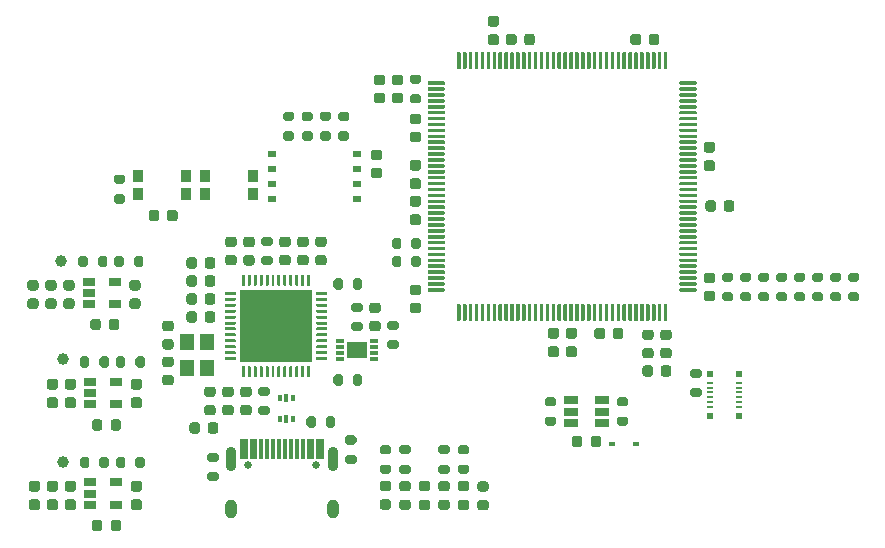
<source format=gbr>
G04 #@! TF.GenerationSoftware,KiCad,Pcbnew,5.1.9-73d0e3b20d~88~ubuntu18.04.1*
G04 #@! TF.CreationDate,2021-01-11T20:19:43+02:00*
G04 #@! TF.ProjectId,iPod nano 6 LCD,69506f64-206e-4616-9e6f-2036204c4344,rev?*
G04 #@! TF.SameCoordinates,Original*
G04 #@! TF.FileFunction,Soldermask,Top*
G04 #@! TF.FilePolarity,Negative*
%FSLAX46Y46*%
G04 Gerber Fmt 4.6, Leading zero omitted, Abs format (unit mm)*
G04 Created by KiCad (PCBNEW 5.1.9-73d0e3b20d~88~ubuntu18.04.1) date 2021-01-11 20:19:43*
%MOMM*%
%LPD*%
G01*
G04 APERTURE LIST*
%ADD10R,0.750000X0.300000*%
%ADD11R,1.750000X1.450000*%
%ADD12R,6.200000X6.200000*%
%ADD13O,1.000000X1.600000*%
%ADD14O,0.900000X2.100000*%
%ADD15C,0.650000*%
%ADD16R,0.300000X1.750000*%
%ADD17R,0.900000X1.000000*%
%ADD18R,0.470000X0.500000*%
%ADD19R,0.470000X0.240000*%
%ADD20R,1.200000X1.400000*%
%ADD21R,0.375000X0.500000*%
%ADD22R,0.300000X0.650000*%
%ADD23C,1.000000*%
%ADD24R,1.060000X0.650000*%
%ADD25R,0.800000X0.600000*%
%ADD26R,1.220000X0.650000*%
%ADD27R,0.600000X0.450000*%
G04 APERTURE END LIST*
G36*
G01*
X151386250Y-93503000D02*
X150873750Y-93503000D01*
G75*
G02*
X150655000Y-93284250I0J218750D01*
G01*
X150655000Y-92846750D01*
G75*
G02*
X150873750Y-92628000I218750J0D01*
G01*
X151386250Y-92628000D01*
G75*
G02*
X151605000Y-92846750I0J-218750D01*
G01*
X151605000Y-93284250D01*
G75*
G02*
X151386250Y-93503000I-218750J0D01*
G01*
G37*
G36*
G01*
X151386250Y-95078000D02*
X150873750Y-95078000D01*
G75*
G02*
X150655000Y-94859250I0J218750D01*
G01*
X150655000Y-94421750D01*
G75*
G02*
X150873750Y-94203000I218750J0D01*
G01*
X151386250Y-94203000D01*
G75*
G02*
X151605000Y-94421750I0J-218750D01*
G01*
X151605000Y-94859250D01*
G75*
G02*
X151386250Y-95078000I-218750J0D01*
G01*
G37*
D10*
X145616000Y-80784000D03*
X145616000Y-81284000D03*
X145616000Y-81784000D03*
X145616000Y-82284000D03*
X148516000Y-82284000D03*
X148516000Y-81784000D03*
X148516000Y-81284000D03*
X148516000Y-80784000D03*
D11*
X147066000Y-81534000D03*
G36*
G01*
X174443500Y-58795000D02*
X175768500Y-58795000D01*
G75*
G02*
X175843500Y-58870000I0J-75000D01*
G01*
X175843500Y-59020000D01*
G75*
G02*
X175768500Y-59095000I-75000J0D01*
G01*
X174443500Y-59095000D01*
G75*
G02*
X174368500Y-59020000I0J75000D01*
G01*
X174368500Y-58870000D01*
G75*
G02*
X174443500Y-58795000I75000J0D01*
G01*
G37*
G36*
G01*
X174443500Y-59295000D02*
X175768500Y-59295000D01*
G75*
G02*
X175843500Y-59370000I0J-75000D01*
G01*
X175843500Y-59520000D01*
G75*
G02*
X175768500Y-59595000I-75000J0D01*
G01*
X174443500Y-59595000D01*
G75*
G02*
X174368500Y-59520000I0J75000D01*
G01*
X174368500Y-59370000D01*
G75*
G02*
X174443500Y-59295000I75000J0D01*
G01*
G37*
G36*
G01*
X174443500Y-59795000D02*
X175768500Y-59795000D01*
G75*
G02*
X175843500Y-59870000I0J-75000D01*
G01*
X175843500Y-60020000D01*
G75*
G02*
X175768500Y-60095000I-75000J0D01*
G01*
X174443500Y-60095000D01*
G75*
G02*
X174368500Y-60020000I0J75000D01*
G01*
X174368500Y-59870000D01*
G75*
G02*
X174443500Y-59795000I75000J0D01*
G01*
G37*
G36*
G01*
X174443500Y-60295000D02*
X175768500Y-60295000D01*
G75*
G02*
X175843500Y-60370000I0J-75000D01*
G01*
X175843500Y-60520000D01*
G75*
G02*
X175768500Y-60595000I-75000J0D01*
G01*
X174443500Y-60595000D01*
G75*
G02*
X174368500Y-60520000I0J75000D01*
G01*
X174368500Y-60370000D01*
G75*
G02*
X174443500Y-60295000I75000J0D01*
G01*
G37*
G36*
G01*
X174443500Y-60795000D02*
X175768500Y-60795000D01*
G75*
G02*
X175843500Y-60870000I0J-75000D01*
G01*
X175843500Y-61020000D01*
G75*
G02*
X175768500Y-61095000I-75000J0D01*
G01*
X174443500Y-61095000D01*
G75*
G02*
X174368500Y-61020000I0J75000D01*
G01*
X174368500Y-60870000D01*
G75*
G02*
X174443500Y-60795000I75000J0D01*
G01*
G37*
G36*
G01*
X174443500Y-61295000D02*
X175768500Y-61295000D01*
G75*
G02*
X175843500Y-61370000I0J-75000D01*
G01*
X175843500Y-61520000D01*
G75*
G02*
X175768500Y-61595000I-75000J0D01*
G01*
X174443500Y-61595000D01*
G75*
G02*
X174368500Y-61520000I0J75000D01*
G01*
X174368500Y-61370000D01*
G75*
G02*
X174443500Y-61295000I75000J0D01*
G01*
G37*
G36*
G01*
X174443500Y-61795000D02*
X175768500Y-61795000D01*
G75*
G02*
X175843500Y-61870000I0J-75000D01*
G01*
X175843500Y-62020000D01*
G75*
G02*
X175768500Y-62095000I-75000J0D01*
G01*
X174443500Y-62095000D01*
G75*
G02*
X174368500Y-62020000I0J75000D01*
G01*
X174368500Y-61870000D01*
G75*
G02*
X174443500Y-61795000I75000J0D01*
G01*
G37*
G36*
G01*
X174443500Y-62295000D02*
X175768500Y-62295000D01*
G75*
G02*
X175843500Y-62370000I0J-75000D01*
G01*
X175843500Y-62520000D01*
G75*
G02*
X175768500Y-62595000I-75000J0D01*
G01*
X174443500Y-62595000D01*
G75*
G02*
X174368500Y-62520000I0J75000D01*
G01*
X174368500Y-62370000D01*
G75*
G02*
X174443500Y-62295000I75000J0D01*
G01*
G37*
G36*
G01*
X174443500Y-62795000D02*
X175768500Y-62795000D01*
G75*
G02*
X175843500Y-62870000I0J-75000D01*
G01*
X175843500Y-63020000D01*
G75*
G02*
X175768500Y-63095000I-75000J0D01*
G01*
X174443500Y-63095000D01*
G75*
G02*
X174368500Y-63020000I0J75000D01*
G01*
X174368500Y-62870000D01*
G75*
G02*
X174443500Y-62795000I75000J0D01*
G01*
G37*
G36*
G01*
X174443500Y-63295000D02*
X175768500Y-63295000D01*
G75*
G02*
X175843500Y-63370000I0J-75000D01*
G01*
X175843500Y-63520000D01*
G75*
G02*
X175768500Y-63595000I-75000J0D01*
G01*
X174443500Y-63595000D01*
G75*
G02*
X174368500Y-63520000I0J75000D01*
G01*
X174368500Y-63370000D01*
G75*
G02*
X174443500Y-63295000I75000J0D01*
G01*
G37*
G36*
G01*
X174443500Y-63795000D02*
X175768500Y-63795000D01*
G75*
G02*
X175843500Y-63870000I0J-75000D01*
G01*
X175843500Y-64020000D01*
G75*
G02*
X175768500Y-64095000I-75000J0D01*
G01*
X174443500Y-64095000D01*
G75*
G02*
X174368500Y-64020000I0J75000D01*
G01*
X174368500Y-63870000D01*
G75*
G02*
X174443500Y-63795000I75000J0D01*
G01*
G37*
G36*
G01*
X174443500Y-64295000D02*
X175768500Y-64295000D01*
G75*
G02*
X175843500Y-64370000I0J-75000D01*
G01*
X175843500Y-64520000D01*
G75*
G02*
X175768500Y-64595000I-75000J0D01*
G01*
X174443500Y-64595000D01*
G75*
G02*
X174368500Y-64520000I0J75000D01*
G01*
X174368500Y-64370000D01*
G75*
G02*
X174443500Y-64295000I75000J0D01*
G01*
G37*
G36*
G01*
X174443500Y-64795000D02*
X175768500Y-64795000D01*
G75*
G02*
X175843500Y-64870000I0J-75000D01*
G01*
X175843500Y-65020000D01*
G75*
G02*
X175768500Y-65095000I-75000J0D01*
G01*
X174443500Y-65095000D01*
G75*
G02*
X174368500Y-65020000I0J75000D01*
G01*
X174368500Y-64870000D01*
G75*
G02*
X174443500Y-64795000I75000J0D01*
G01*
G37*
G36*
G01*
X174443500Y-65295000D02*
X175768500Y-65295000D01*
G75*
G02*
X175843500Y-65370000I0J-75000D01*
G01*
X175843500Y-65520000D01*
G75*
G02*
X175768500Y-65595000I-75000J0D01*
G01*
X174443500Y-65595000D01*
G75*
G02*
X174368500Y-65520000I0J75000D01*
G01*
X174368500Y-65370000D01*
G75*
G02*
X174443500Y-65295000I75000J0D01*
G01*
G37*
G36*
G01*
X174443500Y-65795000D02*
X175768500Y-65795000D01*
G75*
G02*
X175843500Y-65870000I0J-75000D01*
G01*
X175843500Y-66020000D01*
G75*
G02*
X175768500Y-66095000I-75000J0D01*
G01*
X174443500Y-66095000D01*
G75*
G02*
X174368500Y-66020000I0J75000D01*
G01*
X174368500Y-65870000D01*
G75*
G02*
X174443500Y-65795000I75000J0D01*
G01*
G37*
G36*
G01*
X174443500Y-66295000D02*
X175768500Y-66295000D01*
G75*
G02*
X175843500Y-66370000I0J-75000D01*
G01*
X175843500Y-66520000D01*
G75*
G02*
X175768500Y-66595000I-75000J0D01*
G01*
X174443500Y-66595000D01*
G75*
G02*
X174368500Y-66520000I0J75000D01*
G01*
X174368500Y-66370000D01*
G75*
G02*
X174443500Y-66295000I75000J0D01*
G01*
G37*
G36*
G01*
X174443500Y-66795000D02*
X175768500Y-66795000D01*
G75*
G02*
X175843500Y-66870000I0J-75000D01*
G01*
X175843500Y-67020000D01*
G75*
G02*
X175768500Y-67095000I-75000J0D01*
G01*
X174443500Y-67095000D01*
G75*
G02*
X174368500Y-67020000I0J75000D01*
G01*
X174368500Y-66870000D01*
G75*
G02*
X174443500Y-66795000I75000J0D01*
G01*
G37*
G36*
G01*
X174443500Y-67295000D02*
X175768500Y-67295000D01*
G75*
G02*
X175843500Y-67370000I0J-75000D01*
G01*
X175843500Y-67520000D01*
G75*
G02*
X175768500Y-67595000I-75000J0D01*
G01*
X174443500Y-67595000D01*
G75*
G02*
X174368500Y-67520000I0J75000D01*
G01*
X174368500Y-67370000D01*
G75*
G02*
X174443500Y-67295000I75000J0D01*
G01*
G37*
G36*
G01*
X174443500Y-67795000D02*
X175768500Y-67795000D01*
G75*
G02*
X175843500Y-67870000I0J-75000D01*
G01*
X175843500Y-68020000D01*
G75*
G02*
X175768500Y-68095000I-75000J0D01*
G01*
X174443500Y-68095000D01*
G75*
G02*
X174368500Y-68020000I0J75000D01*
G01*
X174368500Y-67870000D01*
G75*
G02*
X174443500Y-67795000I75000J0D01*
G01*
G37*
G36*
G01*
X174443500Y-68295000D02*
X175768500Y-68295000D01*
G75*
G02*
X175843500Y-68370000I0J-75000D01*
G01*
X175843500Y-68520000D01*
G75*
G02*
X175768500Y-68595000I-75000J0D01*
G01*
X174443500Y-68595000D01*
G75*
G02*
X174368500Y-68520000I0J75000D01*
G01*
X174368500Y-68370000D01*
G75*
G02*
X174443500Y-68295000I75000J0D01*
G01*
G37*
G36*
G01*
X174443500Y-68795000D02*
X175768500Y-68795000D01*
G75*
G02*
X175843500Y-68870000I0J-75000D01*
G01*
X175843500Y-69020000D01*
G75*
G02*
X175768500Y-69095000I-75000J0D01*
G01*
X174443500Y-69095000D01*
G75*
G02*
X174368500Y-69020000I0J75000D01*
G01*
X174368500Y-68870000D01*
G75*
G02*
X174443500Y-68795000I75000J0D01*
G01*
G37*
G36*
G01*
X174443500Y-69295000D02*
X175768500Y-69295000D01*
G75*
G02*
X175843500Y-69370000I0J-75000D01*
G01*
X175843500Y-69520000D01*
G75*
G02*
X175768500Y-69595000I-75000J0D01*
G01*
X174443500Y-69595000D01*
G75*
G02*
X174368500Y-69520000I0J75000D01*
G01*
X174368500Y-69370000D01*
G75*
G02*
X174443500Y-69295000I75000J0D01*
G01*
G37*
G36*
G01*
X174443500Y-69795000D02*
X175768500Y-69795000D01*
G75*
G02*
X175843500Y-69870000I0J-75000D01*
G01*
X175843500Y-70020000D01*
G75*
G02*
X175768500Y-70095000I-75000J0D01*
G01*
X174443500Y-70095000D01*
G75*
G02*
X174368500Y-70020000I0J75000D01*
G01*
X174368500Y-69870000D01*
G75*
G02*
X174443500Y-69795000I75000J0D01*
G01*
G37*
G36*
G01*
X174443500Y-70295000D02*
X175768500Y-70295000D01*
G75*
G02*
X175843500Y-70370000I0J-75000D01*
G01*
X175843500Y-70520000D01*
G75*
G02*
X175768500Y-70595000I-75000J0D01*
G01*
X174443500Y-70595000D01*
G75*
G02*
X174368500Y-70520000I0J75000D01*
G01*
X174368500Y-70370000D01*
G75*
G02*
X174443500Y-70295000I75000J0D01*
G01*
G37*
G36*
G01*
X174443500Y-70795000D02*
X175768500Y-70795000D01*
G75*
G02*
X175843500Y-70870000I0J-75000D01*
G01*
X175843500Y-71020000D01*
G75*
G02*
X175768500Y-71095000I-75000J0D01*
G01*
X174443500Y-71095000D01*
G75*
G02*
X174368500Y-71020000I0J75000D01*
G01*
X174368500Y-70870000D01*
G75*
G02*
X174443500Y-70795000I75000J0D01*
G01*
G37*
G36*
G01*
X174443500Y-71295000D02*
X175768500Y-71295000D01*
G75*
G02*
X175843500Y-71370000I0J-75000D01*
G01*
X175843500Y-71520000D01*
G75*
G02*
X175768500Y-71595000I-75000J0D01*
G01*
X174443500Y-71595000D01*
G75*
G02*
X174368500Y-71520000I0J75000D01*
G01*
X174368500Y-71370000D01*
G75*
G02*
X174443500Y-71295000I75000J0D01*
G01*
G37*
G36*
G01*
X174443500Y-71795000D02*
X175768500Y-71795000D01*
G75*
G02*
X175843500Y-71870000I0J-75000D01*
G01*
X175843500Y-72020000D01*
G75*
G02*
X175768500Y-72095000I-75000J0D01*
G01*
X174443500Y-72095000D01*
G75*
G02*
X174368500Y-72020000I0J75000D01*
G01*
X174368500Y-71870000D01*
G75*
G02*
X174443500Y-71795000I75000J0D01*
G01*
G37*
G36*
G01*
X174443500Y-72295000D02*
X175768500Y-72295000D01*
G75*
G02*
X175843500Y-72370000I0J-75000D01*
G01*
X175843500Y-72520000D01*
G75*
G02*
X175768500Y-72595000I-75000J0D01*
G01*
X174443500Y-72595000D01*
G75*
G02*
X174368500Y-72520000I0J75000D01*
G01*
X174368500Y-72370000D01*
G75*
G02*
X174443500Y-72295000I75000J0D01*
G01*
G37*
G36*
G01*
X174443500Y-72795000D02*
X175768500Y-72795000D01*
G75*
G02*
X175843500Y-72870000I0J-75000D01*
G01*
X175843500Y-73020000D01*
G75*
G02*
X175768500Y-73095000I-75000J0D01*
G01*
X174443500Y-73095000D01*
G75*
G02*
X174368500Y-73020000I0J75000D01*
G01*
X174368500Y-72870000D01*
G75*
G02*
X174443500Y-72795000I75000J0D01*
G01*
G37*
G36*
G01*
X174443500Y-73295000D02*
X175768500Y-73295000D01*
G75*
G02*
X175843500Y-73370000I0J-75000D01*
G01*
X175843500Y-73520000D01*
G75*
G02*
X175768500Y-73595000I-75000J0D01*
G01*
X174443500Y-73595000D01*
G75*
G02*
X174368500Y-73520000I0J75000D01*
G01*
X174368500Y-73370000D01*
G75*
G02*
X174443500Y-73295000I75000J0D01*
G01*
G37*
G36*
G01*
X174443500Y-73795000D02*
X175768500Y-73795000D01*
G75*
G02*
X175843500Y-73870000I0J-75000D01*
G01*
X175843500Y-74020000D01*
G75*
G02*
X175768500Y-74095000I-75000J0D01*
G01*
X174443500Y-74095000D01*
G75*
G02*
X174368500Y-74020000I0J75000D01*
G01*
X174368500Y-73870000D01*
G75*
G02*
X174443500Y-73795000I75000J0D01*
G01*
G37*
G36*
G01*
X174443500Y-74295000D02*
X175768500Y-74295000D01*
G75*
G02*
X175843500Y-74370000I0J-75000D01*
G01*
X175843500Y-74520000D01*
G75*
G02*
X175768500Y-74595000I-75000J0D01*
G01*
X174443500Y-74595000D01*
G75*
G02*
X174368500Y-74520000I0J75000D01*
G01*
X174368500Y-74370000D01*
G75*
G02*
X174443500Y-74295000I75000J0D01*
G01*
G37*
G36*
G01*
X174443500Y-74795000D02*
X175768500Y-74795000D01*
G75*
G02*
X175843500Y-74870000I0J-75000D01*
G01*
X175843500Y-75020000D01*
G75*
G02*
X175768500Y-75095000I-75000J0D01*
G01*
X174443500Y-75095000D01*
G75*
G02*
X174368500Y-75020000I0J75000D01*
G01*
X174368500Y-74870000D01*
G75*
G02*
X174443500Y-74795000I75000J0D01*
G01*
G37*
G36*
G01*
X174443500Y-75295000D02*
X175768500Y-75295000D01*
G75*
G02*
X175843500Y-75370000I0J-75000D01*
G01*
X175843500Y-75520000D01*
G75*
G02*
X175768500Y-75595000I-75000J0D01*
G01*
X174443500Y-75595000D01*
G75*
G02*
X174368500Y-75520000I0J75000D01*
G01*
X174368500Y-75370000D01*
G75*
G02*
X174443500Y-75295000I75000J0D01*
G01*
G37*
G36*
G01*
X174443500Y-75795000D02*
X175768500Y-75795000D01*
G75*
G02*
X175843500Y-75870000I0J-75000D01*
G01*
X175843500Y-76020000D01*
G75*
G02*
X175768500Y-76095000I-75000J0D01*
G01*
X174443500Y-76095000D01*
G75*
G02*
X174368500Y-76020000I0J75000D01*
G01*
X174368500Y-75870000D01*
G75*
G02*
X174443500Y-75795000I75000J0D01*
G01*
G37*
G36*
G01*
X174443500Y-76295000D02*
X175768500Y-76295000D01*
G75*
G02*
X175843500Y-76370000I0J-75000D01*
G01*
X175843500Y-76520000D01*
G75*
G02*
X175768500Y-76595000I-75000J0D01*
G01*
X174443500Y-76595000D01*
G75*
G02*
X174368500Y-76520000I0J75000D01*
G01*
X174368500Y-76370000D01*
G75*
G02*
X174443500Y-76295000I75000J0D01*
G01*
G37*
G36*
G01*
X173118500Y-77620000D02*
X173268500Y-77620000D01*
G75*
G02*
X173343500Y-77695000I0J-75000D01*
G01*
X173343500Y-79020000D01*
G75*
G02*
X173268500Y-79095000I-75000J0D01*
G01*
X173118500Y-79095000D01*
G75*
G02*
X173043500Y-79020000I0J75000D01*
G01*
X173043500Y-77695000D01*
G75*
G02*
X173118500Y-77620000I75000J0D01*
G01*
G37*
G36*
G01*
X172618500Y-77620000D02*
X172768500Y-77620000D01*
G75*
G02*
X172843500Y-77695000I0J-75000D01*
G01*
X172843500Y-79020000D01*
G75*
G02*
X172768500Y-79095000I-75000J0D01*
G01*
X172618500Y-79095000D01*
G75*
G02*
X172543500Y-79020000I0J75000D01*
G01*
X172543500Y-77695000D01*
G75*
G02*
X172618500Y-77620000I75000J0D01*
G01*
G37*
G36*
G01*
X172118500Y-77620000D02*
X172268500Y-77620000D01*
G75*
G02*
X172343500Y-77695000I0J-75000D01*
G01*
X172343500Y-79020000D01*
G75*
G02*
X172268500Y-79095000I-75000J0D01*
G01*
X172118500Y-79095000D01*
G75*
G02*
X172043500Y-79020000I0J75000D01*
G01*
X172043500Y-77695000D01*
G75*
G02*
X172118500Y-77620000I75000J0D01*
G01*
G37*
G36*
G01*
X171618500Y-77620000D02*
X171768500Y-77620000D01*
G75*
G02*
X171843500Y-77695000I0J-75000D01*
G01*
X171843500Y-79020000D01*
G75*
G02*
X171768500Y-79095000I-75000J0D01*
G01*
X171618500Y-79095000D01*
G75*
G02*
X171543500Y-79020000I0J75000D01*
G01*
X171543500Y-77695000D01*
G75*
G02*
X171618500Y-77620000I75000J0D01*
G01*
G37*
G36*
G01*
X171118500Y-77620000D02*
X171268500Y-77620000D01*
G75*
G02*
X171343500Y-77695000I0J-75000D01*
G01*
X171343500Y-79020000D01*
G75*
G02*
X171268500Y-79095000I-75000J0D01*
G01*
X171118500Y-79095000D01*
G75*
G02*
X171043500Y-79020000I0J75000D01*
G01*
X171043500Y-77695000D01*
G75*
G02*
X171118500Y-77620000I75000J0D01*
G01*
G37*
G36*
G01*
X170618500Y-77620000D02*
X170768500Y-77620000D01*
G75*
G02*
X170843500Y-77695000I0J-75000D01*
G01*
X170843500Y-79020000D01*
G75*
G02*
X170768500Y-79095000I-75000J0D01*
G01*
X170618500Y-79095000D01*
G75*
G02*
X170543500Y-79020000I0J75000D01*
G01*
X170543500Y-77695000D01*
G75*
G02*
X170618500Y-77620000I75000J0D01*
G01*
G37*
G36*
G01*
X170118500Y-77620000D02*
X170268500Y-77620000D01*
G75*
G02*
X170343500Y-77695000I0J-75000D01*
G01*
X170343500Y-79020000D01*
G75*
G02*
X170268500Y-79095000I-75000J0D01*
G01*
X170118500Y-79095000D01*
G75*
G02*
X170043500Y-79020000I0J75000D01*
G01*
X170043500Y-77695000D01*
G75*
G02*
X170118500Y-77620000I75000J0D01*
G01*
G37*
G36*
G01*
X169618500Y-77620000D02*
X169768500Y-77620000D01*
G75*
G02*
X169843500Y-77695000I0J-75000D01*
G01*
X169843500Y-79020000D01*
G75*
G02*
X169768500Y-79095000I-75000J0D01*
G01*
X169618500Y-79095000D01*
G75*
G02*
X169543500Y-79020000I0J75000D01*
G01*
X169543500Y-77695000D01*
G75*
G02*
X169618500Y-77620000I75000J0D01*
G01*
G37*
G36*
G01*
X169118500Y-77620000D02*
X169268500Y-77620000D01*
G75*
G02*
X169343500Y-77695000I0J-75000D01*
G01*
X169343500Y-79020000D01*
G75*
G02*
X169268500Y-79095000I-75000J0D01*
G01*
X169118500Y-79095000D01*
G75*
G02*
X169043500Y-79020000I0J75000D01*
G01*
X169043500Y-77695000D01*
G75*
G02*
X169118500Y-77620000I75000J0D01*
G01*
G37*
G36*
G01*
X168618500Y-77620000D02*
X168768500Y-77620000D01*
G75*
G02*
X168843500Y-77695000I0J-75000D01*
G01*
X168843500Y-79020000D01*
G75*
G02*
X168768500Y-79095000I-75000J0D01*
G01*
X168618500Y-79095000D01*
G75*
G02*
X168543500Y-79020000I0J75000D01*
G01*
X168543500Y-77695000D01*
G75*
G02*
X168618500Y-77620000I75000J0D01*
G01*
G37*
G36*
G01*
X168118500Y-77620000D02*
X168268500Y-77620000D01*
G75*
G02*
X168343500Y-77695000I0J-75000D01*
G01*
X168343500Y-79020000D01*
G75*
G02*
X168268500Y-79095000I-75000J0D01*
G01*
X168118500Y-79095000D01*
G75*
G02*
X168043500Y-79020000I0J75000D01*
G01*
X168043500Y-77695000D01*
G75*
G02*
X168118500Y-77620000I75000J0D01*
G01*
G37*
G36*
G01*
X167618500Y-77620000D02*
X167768500Y-77620000D01*
G75*
G02*
X167843500Y-77695000I0J-75000D01*
G01*
X167843500Y-79020000D01*
G75*
G02*
X167768500Y-79095000I-75000J0D01*
G01*
X167618500Y-79095000D01*
G75*
G02*
X167543500Y-79020000I0J75000D01*
G01*
X167543500Y-77695000D01*
G75*
G02*
X167618500Y-77620000I75000J0D01*
G01*
G37*
G36*
G01*
X167118500Y-77620000D02*
X167268500Y-77620000D01*
G75*
G02*
X167343500Y-77695000I0J-75000D01*
G01*
X167343500Y-79020000D01*
G75*
G02*
X167268500Y-79095000I-75000J0D01*
G01*
X167118500Y-79095000D01*
G75*
G02*
X167043500Y-79020000I0J75000D01*
G01*
X167043500Y-77695000D01*
G75*
G02*
X167118500Y-77620000I75000J0D01*
G01*
G37*
G36*
G01*
X166618500Y-77620000D02*
X166768500Y-77620000D01*
G75*
G02*
X166843500Y-77695000I0J-75000D01*
G01*
X166843500Y-79020000D01*
G75*
G02*
X166768500Y-79095000I-75000J0D01*
G01*
X166618500Y-79095000D01*
G75*
G02*
X166543500Y-79020000I0J75000D01*
G01*
X166543500Y-77695000D01*
G75*
G02*
X166618500Y-77620000I75000J0D01*
G01*
G37*
G36*
G01*
X166118500Y-77620000D02*
X166268500Y-77620000D01*
G75*
G02*
X166343500Y-77695000I0J-75000D01*
G01*
X166343500Y-79020000D01*
G75*
G02*
X166268500Y-79095000I-75000J0D01*
G01*
X166118500Y-79095000D01*
G75*
G02*
X166043500Y-79020000I0J75000D01*
G01*
X166043500Y-77695000D01*
G75*
G02*
X166118500Y-77620000I75000J0D01*
G01*
G37*
G36*
G01*
X165618500Y-77620000D02*
X165768500Y-77620000D01*
G75*
G02*
X165843500Y-77695000I0J-75000D01*
G01*
X165843500Y-79020000D01*
G75*
G02*
X165768500Y-79095000I-75000J0D01*
G01*
X165618500Y-79095000D01*
G75*
G02*
X165543500Y-79020000I0J75000D01*
G01*
X165543500Y-77695000D01*
G75*
G02*
X165618500Y-77620000I75000J0D01*
G01*
G37*
G36*
G01*
X165118500Y-77620000D02*
X165268500Y-77620000D01*
G75*
G02*
X165343500Y-77695000I0J-75000D01*
G01*
X165343500Y-79020000D01*
G75*
G02*
X165268500Y-79095000I-75000J0D01*
G01*
X165118500Y-79095000D01*
G75*
G02*
X165043500Y-79020000I0J75000D01*
G01*
X165043500Y-77695000D01*
G75*
G02*
X165118500Y-77620000I75000J0D01*
G01*
G37*
G36*
G01*
X164618500Y-77620000D02*
X164768500Y-77620000D01*
G75*
G02*
X164843500Y-77695000I0J-75000D01*
G01*
X164843500Y-79020000D01*
G75*
G02*
X164768500Y-79095000I-75000J0D01*
G01*
X164618500Y-79095000D01*
G75*
G02*
X164543500Y-79020000I0J75000D01*
G01*
X164543500Y-77695000D01*
G75*
G02*
X164618500Y-77620000I75000J0D01*
G01*
G37*
G36*
G01*
X164118500Y-77620000D02*
X164268500Y-77620000D01*
G75*
G02*
X164343500Y-77695000I0J-75000D01*
G01*
X164343500Y-79020000D01*
G75*
G02*
X164268500Y-79095000I-75000J0D01*
G01*
X164118500Y-79095000D01*
G75*
G02*
X164043500Y-79020000I0J75000D01*
G01*
X164043500Y-77695000D01*
G75*
G02*
X164118500Y-77620000I75000J0D01*
G01*
G37*
G36*
G01*
X163618500Y-77620000D02*
X163768500Y-77620000D01*
G75*
G02*
X163843500Y-77695000I0J-75000D01*
G01*
X163843500Y-79020000D01*
G75*
G02*
X163768500Y-79095000I-75000J0D01*
G01*
X163618500Y-79095000D01*
G75*
G02*
X163543500Y-79020000I0J75000D01*
G01*
X163543500Y-77695000D01*
G75*
G02*
X163618500Y-77620000I75000J0D01*
G01*
G37*
G36*
G01*
X163118500Y-77620000D02*
X163268500Y-77620000D01*
G75*
G02*
X163343500Y-77695000I0J-75000D01*
G01*
X163343500Y-79020000D01*
G75*
G02*
X163268500Y-79095000I-75000J0D01*
G01*
X163118500Y-79095000D01*
G75*
G02*
X163043500Y-79020000I0J75000D01*
G01*
X163043500Y-77695000D01*
G75*
G02*
X163118500Y-77620000I75000J0D01*
G01*
G37*
G36*
G01*
X162618500Y-77620000D02*
X162768500Y-77620000D01*
G75*
G02*
X162843500Y-77695000I0J-75000D01*
G01*
X162843500Y-79020000D01*
G75*
G02*
X162768500Y-79095000I-75000J0D01*
G01*
X162618500Y-79095000D01*
G75*
G02*
X162543500Y-79020000I0J75000D01*
G01*
X162543500Y-77695000D01*
G75*
G02*
X162618500Y-77620000I75000J0D01*
G01*
G37*
G36*
G01*
X162118500Y-77620000D02*
X162268500Y-77620000D01*
G75*
G02*
X162343500Y-77695000I0J-75000D01*
G01*
X162343500Y-79020000D01*
G75*
G02*
X162268500Y-79095000I-75000J0D01*
G01*
X162118500Y-79095000D01*
G75*
G02*
X162043500Y-79020000I0J75000D01*
G01*
X162043500Y-77695000D01*
G75*
G02*
X162118500Y-77620000I75000J0D01*
G01*
G37*
G36*
G01*
X161618500Y-77620000D02*
X161768500Y-77620000D01*
G75*
G02*
X161843500Y-77695000I0J-75000D01*
G01*
X161843500Y-79020000D01*
G75*
G02*
X161768500Y-79095000I-75000J0D01*
G01*
X161618500Y-79095000D01*
G75*
G02*
X161543500Y-79020000I0J75000D01*
G01*
X161543500Y-77695000D01*
G75*
G02*
X161618500Y-77620000I75000J0D01*
G01*
G37*
G36*
G01*
X161118500Y-77620000D02*
X161268500Y-77620000D01*
G75*
G02*
X161343500Y-77695000I0J-75000D01*
G01*
X161343500Y-79020000D01*
G75*
G02*
X161268500Y-79095000I-75000J0D01*
G01*
X161118500Y-79095000D01*
G75*
G02*
X161043500Y-79020000I0J75000D01*
G01*
X161043500Y-77695000D01*
G75*
G02*
X161118500Y-77620000I75000J0D01*
G01*
G37*
G36*
G01*
X160618500Y-77620000D02*
X160768500Y-77620000D01*
G75*
G02*
X160843500Y-77695000I0J-75000D01*
G01*
X160843500Y-79020000D01*
G75*
G02*
X160768500Y-79095000I-75000J0D01*
G01*
X160618500Y-79095000D01*
G75*
G02*
X160543500Y-79020000I0J75000D01*
G01*
X160543500Y-77695000D01*
G75*
G02*
X160618500Y-77620000I75000J0D01*
G01*
G37*
G36*
G01*
X160118500Y-77620000D02*
X160268500Y-77620000D01*
G75*
G02*
X160343500Y-77695000I0J-75000D01*
G01*
X160343500Y-79020000D01*
G75*
G02*
X160268500Y-79095000I-75000J0D01*
G01*
X160118500Y-79095000D01*
G75*
G02*
X160043500Y-79020000I0J75000D01*
G01*
X160043500Y-77695000D01*
G75*
G02*
X160118500Y-77620000I75000J0D01*
G01*
G37*
G36*
G01*
X159618500Y-77620000D02*
X159768500Y-77620000D01*
G75*
G02*
X159843500Y-77695000I0J-75000D01*
G01*
X159843500Y-79020000D01*
G75*
G02*
X159768500Y-79095000I-75000J0D01*
G01*
X159618500Y-79095000D01*
G75*
G02*
X159543500Y-79020000I0J75000D01*
G01*
X159543500Y-77695000D01*
G75*
G02*
X159618500Y-77620000I75000J0D01*
G01*
G37*
G36*
G01*
X159118500Y-77620000D02*
X159268500Y-77620000D01*
G75*
G02*
X159343500Y-77695000I0J-75000D01*
G01*
X159343500Y-79020000D01*
G75*
G02*
X159268500Y-79095000I-75000J0D01*
G01*
X159118500Y-79095000D01*
G75*
G02*
X159043500Y-79020000I0J75000D01*
G01*
X159043500Y-77695000D01*
G75*
G02*
X159118500Y-77620000I75000J0D01*
G01*
G37*
G36*
G01*
X158618500Y-77620000D02*
X158768500Y-77620000D01*
G75*
G02*
X158843500Y-77695000I0J-75000D01*
G01*
X158843500Y-79020000D01*
G75*
G02*
X158768500Y-79095000I-75000J0D01*
G01*
X158618500Y-79095000D01*
G75*
G02*
X158543500Y-79020000I0J75000D01*
G01*
X158543500Y-77695000D01*
G75*
G02*
X158618500Y-77620000I75000J0D01*
G01*
G37*
G36*
G01*
X158118500Y-77620000D02*
X158268500Y-77620000D01*
G75*
G02*
X158343500Y-77695000I0J-75000D01*
G01*
X158343500Y-79020000D01*
G75*
G02*
X158268500Y-79095000I-75000J0D01*
G01*
X158118500Y-79095000D01*
G75*
G02*
X158043500Y-79020000I0J75000D01*
G01*
X158043500Y-77695000D01*
G75*
G02*
X158118500Y-77620000I75000J0D01*
G01*
G37*
G36*
G01*
X157618500Y-77620000D02*
X157768500Y-77620000D01*
G75*
G02*
X157843500Y-77695000I0J-75000D01*
G01*
X157843500Y-79020000D01*
G75*
G02*
X157768500Y-79095000I-75000J0D01*
G01*
X157618500Y-79095000D01*
G75*
G02*
X157543500Y-79020000I0J75000D01*
G01*
X157543500Y-77695000D01*
G75*
G02*
X157618500Y-77620000I75000J0D01*
G01*
G37*
G36*
G01*
X157118500Y-77620000D02*
X157268500Y-77620000D01*
G75*
G02*
X157343500Y-77695000I0J-75000D01*
G01*
X157343500Y-79020000D01*
G75*
G02*
X157268500Y-79095000I-75000J0D01*
G01*
X157118500Y-79095000D01*
G75*
G02*
X157043500Y-79020000I0J75000D01*
G01*
X157043500Y-77695000D01*
G75*
G02*
X157118500Y-77620000I75000J0D01*
G01*
G37*
G36*
G01*
X156618500Y-77620000D02*
X156768500Y-77620000D01*
G75*
G02*
X156843500Y-77695000I0J-75000D01*
G01*
X156843500Y-79020000D01*
G75*
G02*
X156768500Y-79095000I-75000J0D01*
G01*
X156618500Y-79095000D01*
G75*
G02*
X156543500Y-79020000I0J75000D01*
G01*
X156543500Y-77695000D01*
G75*
G02*
X156618500Y-77620000I75000J0D01*
G01*
G37*
G36*
G01*
X156118500Y-77620000D02*
X156268500Y-77620000D01*
G75*
G02*
X156343500Y-77695000I0J-75000D01*
G01*
X156343500Y-79020000D01*
G75*
G02*
X156268500Y-79095000I-75000J0D01*
G01*
X156118500Y-79095000D01*
G75*
G02*
X156043500Y-79020000I0J75000D01*
G01*
X156043500Y-77695000D01*
G75*
G02*
X156118500Y-77620000I75000J0D01*
G01*
G37*
G36*
G01*
X155618500Y-77620000D02*
X155768500Y-77620000D01*
G75*
G02*
X155843500Y-77695000I0J-75000D01*
G01*
X155843500Y-79020000D01*
G75*
G02*
X155768500Y-79095000I-75000J0D01*
G01*
X155618500Y-79095000D01*
G75*
G02*
X155543500Y-79020000I0J75000D01*
G01*
X155543500Y-77695000D01*
G75*
G02*
X155618500Y-77620000I75000J0D01*
G01*
G37*
G36*
G01*
X153118500Y-76295000D02*
X154443500Y-76295000D01*
G75*
G02*
X154518500Y-76370000I0J-75000D01*
G01*
X154518500Y-76520000D01*
G75*
G02*
X154443500Y-76595000I-75000J0D01*
G01*
X153118500Y-76595000D01*
G75*
G02*
X153043500Y-76520000I0J75000D01*
G01*
X153043500Y-76370000D01*
G75*
G02*
X153118500Y-76295000I75000J0D01*
G01*
G37*
G36*
G01*
X153118500Y-75795000D02*
X154443500Y-75795000D01*
G75*
G02*
X154518500Y-75870000I0J-75000D01*
G01*
X154518500Y-76020000D01*
G75*
G02*
X154443500Y-76095000I-75000J0D01*
G01*
X153118500Y-76095000D01*
G75*
G02*
X153043500Y-76020000I0J75000D01*
G01*
X153043500Y-75870000D01*
G75*
G02*
X153118500Y-75795000I75000J0D01*
G01*
G37*
G36*
G01*
X153118500Y-75295000D02*
X154443500Y-75295000D01*
G75*
G02*
X154518500Y-75370000I0J-75000D01*
G01*
X154518500Y-75520000D01*
G75*
G02*
X154443500Y-75595000I-75000J0D01*
G01*
X153118500Y-75595000D01*
G75*
G02*
X153043500Y-75520000I0J75000D01*
G01*
X153043500Y-75370000D01*
G75*
G02*
X153118500Y-75295000I75000J0D01*
G01*
G37*
G36*
G01*
X153118500Y-74795000D02*
X154443500Y-74795000D01*
G75*
G02*
X154518500Y-74870000I0J-75000D01*
G01*
X154518500Y-75020000D01*
G75*
G02*
X154443500Y-75095000I-75000J0D01*
G01*
X153118500Y-75095000D01*
G75*
G02*
X153043500Y-75020000I0J75000D01*
G01*
X153043500Y-74870000D01*
G75*
G02*
X153118500Y-74795000I75000J0D01*
G01*
G37*
G36*
G01*
X153118500Y-74295000D02*
X154443500Y-74295000D01*
G75*
G02*
X154518500Y-74370000I0J-75000D01*
G01*
X154518500Y-74520000D01*
G75*
G02*
X154443500Y-74595000I-75000J0D01*
G01*
X153118500Y-74595000D01*
G75*
G02*
X153043500Y-74520000I0J75000D01*
G01*
X153043500Y-74370000D01*
G75*
G02*
X153118500Y-74295000I75000J0D01*
G01*
G37*
G36*
G01*
X153118500Y-73795000D02*
X154443500Y-73795000D01*
G75*
G02*
X154518500Y-73870000I0J-75000D01*
G01*
X154518500Y-74020000D01*
G75*
G02*
X154443500Y-74095000I-75000J0D01*
G01*
X153118500Y-74095000D01*
G75*
G02*
X153043500Y-74020000I0J75000D01*
G01*
X153043500Y-73870000D01*
G75*
G02*
X153118500Y-73795000I75000J0D01*
G01*
G37*
G36*
G01*
X153118500Y-73295000D02*
X154443500Y-73295000D01*
G75*
G02*
X154518500Y-73370000I0J-75000D01*
G01*
X154518500Y-73520000D01*
G75*
G02*
X154443500Y-73595000I-75000J0D01*
G01*
X153118500Y-73595000D01*
G75*
G02*
X153043500Y-73520000I0J75000D01*
G01*
X153043500Y-73370000D01*
G75*
G02*
X153118500Y-73295000I75000J0D01*
G01*
G37*
G36*
G01*
X153118500Y-72795000D02*
X154443500Y-72795000D01*
G75*
G02*
X154518500Y-72870000I0J-75000D01*
G01*
X154518500Y-73020000D01*
G75*
G02*
X154443500Y-73095000I-75000J0D01*
G01*
X153118500Y-73095000D01*
G75*
G02*
X153043500Y-73020000I0J75000D01*
G01*
X153043500Y-72870000D01*
G75*
G02*
X153118500Y-72795000I75000J0D01*
G01*
G37*
G36*
G01*
X153118500Y-72295000D02*
X154443500Y-72295000D01*
G75*
G02*
X154518500Y-72370000I0J-75000D01*
G01*
X154518500Y-72520000D01*
G75*
G02*
X154443500Y-72595000I-75000J0D01*
G01*
X153118500Y-72595000D01*
G75*
G02*
X153043500Y-72520000I0J75000D01*
G01*
X153043500Y-72370000D01*
G75*
G02*
X153118500Y-72295000I75000J0D01*
G01*
G37*
G36*
G01*
X153118500Y-71795000D02*
X154443500Y-71795000D01*
G75*
G02*
X154518500Y-71870000I0J-75000D01*
G01*
X154518500Y-72020000D01*
G75*
G02*
X154443500Y-72095000I-75000J0D01*
G01*
X153118500Y-72095000D01*
G75*
G02*
X153043500Y-72020000I0J75000D01*
G01*
X153043500Y-71870000D01*
G75*
G02*
X153118500Y-71795000I75000J0D01*
G01*
G37*
G36*
G01*
X153118500Y-71295000D02*
X154443500Y-71295000D01*
G75*
G02*
X154518500Y-71370000I0J-75000D01*
G01*
X154518500Y-71520000D01*
G75*
G02*
X154443500Y-71595000I-75000J0D01*
G01*
X153118500Y-71595000D01*
G75*
G02*
X153043500Y-71520000I0J75000D01*
G01*
X153043500Y-71370000D01*
G75*
G02*
X153118500Y-71295000I75000J0D01*
G01*
G37*
G36*
G01*
X153118500Y-70795000D02*
X154443500Y-70795000D01*
G75*
G02*
X154518500Y-70870000I0J-75000D01*
G01*
X154518500Y-71020000D01*
G75*
G02*
X154443500Y-71095000I-75000J0D01*
G01*
X153118500Y-71095000D01*
G75*
G02*
X153043500Y-71020000I0J75000D01*
G01*
X153043500Y-70870000D01*
G75*
G02*
X153118500Y-70795000I75000J0D01*
G01*
G37*
G36*
G01*
X153118500Y-70295000D02*
X154443500Y-70295000D01*
G75*
G02*
X154518500Y-70370000I0J-75000D01*
G01*
X154518500Y-70520000D01*
G75*
G02*
X154443500Y-70595000I-75000J0D01*
G01*
X153118500Y-70595000D01*
G75*
G02*
X153043500Y-70520000I0J75000D01*
G01*
X153043500Y-70370000D01*
G75*
G02*
X153118500Y-70295000I75000J0D01*
G01*
G37*
G36*
G01*
X153118500Y-69795000D02*
X154443500Y-69795000D01*
G75*
G02*
X154518500Y-69870000I0J-75000D01*
G01*
X154518500Y-70020000D01*
G75*
G02*
X154443500Y-70095000I-75000J0D01*
G01*
X153118500Y-70095000D01*
G75*
G02*
X153043500Y-70020000I0J75000D01*
G01*
X153043500Y-69870000D01*
G75*
G02*
X153118500Y-69795000I75000J0D01*
G01*
G37*
G36*
G01*
X153118500Y-69295000D02*
X154443500Y-69295000D01*
G75*
G02*
X154518500Y-69370000I0J-75000D01*
G01*
X154518500Y-69520000D01*
G75*
G02*
X154443500Y-69595000I-75000J0D01*
G01*
X153118500Y-69595000D01*
G75*
G02*
X153043500Y-69520000I0J75000D01*
G01*
X153043500Y-69370000D01*
G75*
G02*
X153118500Y-69295000I75000J0D01*
G01*
G37*
G36*
G01*
X153118500Y-68795000D02*
X154443500Y-68795000D01*
G75*
G02*
X154518500Y-68870000I0J-75000D01*
G01*
X154518500Y-69020000D01*
G75*
G02*
X154443500Y-69095000I-75000J0D01*
G01*
X153118500Y-69095000D01*
G75*
G02*
X153043500Y-69020000I0J75000D01*
G01*
X153043500Y-68870000D01*
G75*
G02*
X153118500Y-68795000I75000J0D01*
G01*
G37*
G36*
G01*
X153118500Y-68295000D02*
X154443500Y-68295000D01*
G75*
G02*
X154518500Y-68370000I0J-75000D01*
G01*
X154518500Y-68520000D01*
G75*
G02*
X154443500Y-68595000I-75000J0D01*
G01*
X153118500Y-68595000D01*
G75*
G02*
X153043500Y-68520000I0J75000D01*
G01*
X153043500Y-68370000D01*
G75*
G02*
X153118500Y-68295000I75000J0D01*
G01*
G37*
G36*
G01*
X153118500Y-67795000D02*
X154443500Y-67795000D01*
G75*
G02*
X154518500Y-67870000I0J-75000D01*
G01*
X154518500Y-68020000D01*
G75*
G02*
X154443500Y-68095000I-75000J0D01*
G01*
X153118500Y-68095000D01*
G75*
G02*
X153043500Y-68020000I0J75000D01*
G01*
X153043500Y-67870000D01*
G75*
G02*
X153118500Y-67795000I75000J0D01*
G01*
G37*
G36*
G01*
X153118500Y-67295000D02*
X154443500Y-67295000D01*
G75*
G02*
X154518500Y-67370000I0J-75000D01*
G01*
X154518500Y-67520000D01*
G75*
G02*
X154443500Y-67595000I-75000J0D01*
G01*
X153118500Y-67595000D01*
G75*
G02*
X153043500Y-67520000I0J75000D01*
G01*
X153043500Y-67370000D01*
G75*
G02*
X153118500Y-67295000I75000J0D01*
G01*
G37*
G36*
G01*
X153118500Y-66795000D02*
X154443500Y-66795000D01*
G75*
G02*
X154518500Y-66870000I0J-75000D01*
G01*
X154518500Y-67020000D01*
G75*
G02*
X154443500Y-67095000I-75000J0D01*
G01*
X153118500Y-67095000D01*
G75*
G02*
X153043500Y-67020000I0J75000D01*
G01*
X153043500Y-66870000D01*
G75*
G02*
X153118500Y-66795000I75000J0D01*
G01*
G37*
G36*
G01*
X153118500Y-66295000D02*
X154443500Y-66295000D01*
G75*
G02*
X154518500Y-66370000I0J-75000D01*
G01*
X154518500Y-66520000D01*
G75*
G02*
X154443500Y-66595000I-75000J0D01*
G01*
X153118500Y-66595000D01*
G75*
G02*
X153043500Y-66520000I0J75000D01*
G01*
X153043500Y-66370000D01*
G75*
G02*
X153118500Y-66295000I75000J0D01*
G01*
G37*
G36*
G01*
X153118500Y-65795000D02*
X154443500Y-65795000D01*
G75*
G02*
X154518500Y-65870000I0J-75000D01*
G01*
X154518500Y-66020000D01*
G75*
G02*
X154443500Y-66095000I-75000J0D01*
G01*
X153118500Y-66095000D01*
G75*
G02*
X153043500Y-66020000I0J75000D01*
G01*
X153043500Y-65870000D01*
G75*
G02*
X153118500Y-65795000I75000J0D01*
G01*
G37*
G36*
G01*
X153118500Y-65295000D02*
X154443500Y-65295000D01*
G75*
G02*
X154518500Y-65370000I0J-75000D01*
G01*
X154518500Y-65520000D01*
G75*
G02*
X154443500Y-65595000I-75000J0D01*
G01*
X153118500Y-65595000D01*
G75*
G02*
X153043500Y-65520000I0J75000D01*
G01*
X153043500Y-65370000D01*
G75*
G02*
X153118500Y-65295000I75000J0D01*
G01*
G37*
G36*
G01*
X153118500Y-64795000D02*
X154443500Y-64795000D01*
G75*
G02*
X154518500Y-64870000I0J-75000D01*
G01*
X154518500Y-65020000D01*
G75*
G02*
X154443500Y-65095000I-75000J0D01*
G01*
X153118500Y-65095000D01*
G75*
G02*
X153043500Y-65020000I0J75000D01*
G01*
X153043500Y-64870000D01*
G75*
G02*
X153118500Y-64795000I75000J0D01*
G01*
G37*
G36*
G01*
X153118500Y-64295000D02*
X154443500Y-64295000D01*
G75*
G02*
X154518500Y-64370000I0J-75000D01*
G01*
X154518500Y-64520000D01*
G75*
G02*
X154443500Y-64595000I-75000J0D01*
G01*
X153118500Y-64595000D01*
G75*
G02*
X153043500Y-64520000I0J75000D01*
G01*
X153043500Y-64370000D01*
G75*
G02*
X153118500Y-64295000I75000J0D01*
G01*
G37*
G36*
G01*
X153118500Y-63795000D02*
X154443500Y-63795000D01*
G75*
G02*
X154518500Y-63870000I0J-75000D01*
G01*
X154518500Y-64020000D01*
G75*
G02*
X154443500Y-64095000I-75000J0D01*
G01*
X153118500Y-64095000D01*
G75*
G02*
X153043500Y-64020000I0J75000D01*
G01*
X153043500Y-63870000D01*
G75*
G02*
X153118500Y-63795000I75000J0D01*
G01*
G37*
G36*
G01*
X153118500Y-63295000D02*
X154443500Y-63295000D01*
G75*
G02*
X154518500Y-63370000I0J-75000D01*
G01*
X154518500Y-63520000D01*
G75*
G02*
X154443500Y-63595000I-75000J0D01*
G01*
X153118500Y-63595000D01*
G75*
G02*
X153043500Y-63520000I0J75000D01*
G01*
X153043500Y-63370000D01*
G75*
G02*
X153118500Y-63295000I75000J0D01*
G01*
G37*
G36*
G01*
X153118500Y-62795000D02*
X154443500Y-62795000D01*
G75*
G02*
X154518500Y-62870000I0J-75000D01*
G01*
X154518500Y-63020000D01*
G75*
G02*
X154443500Y-63095000I-75000J0D01*
G01*
X153118500Y-63095000D01*
G75*
G02*
X153043500Y-63020000I0J75000D01*
G01*
X153043500Y-62870000D01*
G75*
G02*
X153118500Y-62795000I75000J0D01*
G01*
G37*
G36*
G01*
X153118500Y-62295000D02*
X154443500Y-62295000D01*
G75*
G02*
X154518500Y-62370000I0J-75000D01*
G01*
X154518500Y-62520000D01*
G75*
G02*
X154443500Y-62595000I-75000J0D01*
G01*
X153118500Y-62595000D01*
G75*
G02*
X153043500Y-62520000I0J75000D01*
G01*
X153043500Y-62370000D01*
G75*
G02*
X153118500Y-62295000I75000J0D01*
G01*
G37*
G36*
G01*
X153118500Y-61795000D02*
X154443500Y-61795000D01*
G75*
G02*
X154518500Y-61870000I0J-75000D01*
G01*
X154518500Y-62020000D01*
G75*
G02*
X154443500Y-62095000I-75000J0D01*
G01*
X153118500Y-62095000D01*
G75*
G02*
X153043500Y-62020000I0J75000D01*
G01*
X153043500Y-61870000D01*
G75*
G02*
X153118500Y-61795000I75000J0D01*
G01*
G37*
G36*
G01*
X153118500Y-61295000D02*
X154443500Y-61295000D01*
G75*
G02*
X154518500Y-61370000I0J-75000D01*
G01*
X154518500Y-61520000D01*
G75*
G02*
X154443500Y-61595000I-75000J0D01*
G01*
X153118500Y-61595000D01*
G75*
G02*
X153043500Y-61520000I0J75000D01*
G01*
X153043500Y-61370000D01*
G75*
G02*
X153118500Y-61295000I75000J0D01*
G01*
G37*
G36*
G01*
X153118500Y-60795000D02*
X154443500Y-60795000D01*
G75*
G02*
X154518500Y-60870000I0J-75000D01*
G01*
X154518500Y-61020000D01*
G75*
G02*
X154443500Y-61095000I-75000J0D01*
G01*
X153118500Y-61095000D01*
G75*
G02*
X153043500Y-61020000I0J75000D01*
G01*
X153043500Y-60870000D01*
G75*
G02*
X153118500Y-60795000I75000J0D01*
G01*
G37*
G36*
G01*
X153118500Y-60295000D02*
X154443500Y-60295000D01*
G75*
G02*
X154518500Y-60370000I0J-75000D01*
G01*
X154518500Y-60520000D01*
G75*
G02*
X154443500Y-60595000I-75000J0D01*
G01*
X153118500Y-60595000D01*
G75*
G02*
X153043500Y-60520000I0J75000D01*
G01*
X153043500Y-60370000D01*
G75*
G02*
X153118500Y-60295000I75000J0D01*
G01*
G37*
G36*
G01*
X153118500Y-59795000D02*
X154443500Y-59795000D01*
G75*
G02*
X154518500Y-59870000I0J-75000D01*
G01*
X154518500Y-60020000D01*
G75*
G02*
X154443500Y-60095000I-75000J0D01*
G01*
X153118500Y-60095000D01*
G75*
G02*
X153043500Y-60020000I0J75000D01*
G01*
X153043500Y-59870000D01*
G75*
G02*
X153118500Y-59795000I75000J0D01*
G01*
G37*
G36*
G01*
X153118500Y-59295000D02*
X154443500Y-59295000D01*
G75*
G02*
X154518500Y-59370000I0J-75000D01*
G01*
X154518500Y-59520000D01*
G75*
G02*
X154443500Y-59595000I-75000J0D01*
G01*
X153118500Y-59595000D01*
G75*
G02*
X153043500Y-59520000I0J75000D01*
G01*
X153043500Y-59370000D01*
G75*
G02*
X153118500Y-59295000I75000J0D01*
G01*
G37*
G36*
G01*
X153118500Y-58795000D02*
X154443500Y-58795000D01*
G75*
G02*
X154518500Y-58870000I0J-75000D01*
G01*
X154518500Y-59020000D01*
G75*
G02*
X154443500Y-59095000I-75000J0D01*
G01*
X153118500Y-59095000D01*
G75*
G02*
X153043500Y-59020000I0J75000D01*
G01*
X153043500Y-58870000D01*
G75*
G02*
X153118500Y-58795000I75000J0D01*
G01*
G37*
G36*
G01*
X155618500Y-56295000D02*
X155768500Y-56295000D01*
G75*
G02*
X155843500Y-56370000I0J-75000D01*
G01*
X155843500Y-57695000D01*
G75*
G02*
X155768500Y-57770000I-75000J0D01*
G01*
X155618500Y-57770000D01*
G75*
G02*
X155543500Y-57695000I0J75000D01*
G01*
X155543500Y-56370000D01*
G75*
G02*
X155618500Y-56295000I75000J0D01*
G01*
G37*
G36*
G01*
X156118500Y-56295000D02*
X156268500Y-56295000D01*
G75*
G02*
X156343500Y-56370000I0J-75000D01*
G01*
X156343500Y-57695000D01*
G75*
G02*
X156268500Y-57770000I-75000J0D01*
G01*
X156118500Y-57770000D01*
G75*
G02*
X156043500Y-57695000I0J75000D01*
G01*
X156043500Y-56370000D01*
G75*
G02*
X156118500Y-56295000I75000J0D01*
G01*
G37*
G36*
G01*
X156618500Y-56295000D02*
X156768500Y-56295000D01*
G75*
G02*
X156843500Y-56370000I0J-75000D01*
G01*
X156843500Y-57695000D01*
G75*
G02*
X156768500Y-57770000I-75000J0D01*
G01*
X156618500Y-57770000D01*
G75*
G02*
X156543500Y-57695000I0J75000D01*
G01*
X156543500Y-56370000D01*
G75*
G02*
X156618500Y-56295000I75000J0D01*
G01*
G37*
G36*
G01*
X157118500Y-56295000D02*
X157268500Y-56295000D01*
G75*
G02*
X157343500Y-56370000I0J-75000D01*
G01*
X157343500Y-57695000D01*
G75*
G02*
X157268500Y-57770000I-75000J0D01*
G01*
X157118500Y-57770000D01*
G75*
G02*
X157043500Y-57695000I0J75000D01*
G01*
X157043500Y-56370000D01*
G75*
G02*
X157118500Y-56295000I75000J0D01*
G01*
G37*
G36*
G01*
X157618500Y-56295000D02*
X157768500Y-56295000D01*
G75*
G02*
X157843500Y-56370000I0J-75000D01*
G01*
X157843500Y-57695000D01*
G75*
G02*
X157768500Y-57770000I-75000J0D01*
G01*
X157618500Y-57770000D01*
G75*
G02*
X157543500Y-57695000I0J75000D01*
G01*
X157543500Y-56370000D01*
G75*
G02*
X157618500Y-56295000I75000J0D01*
G01*
G37*
G36*
G01*
X158118500Y-56295000D02*
X158268500Y-56295000D01*
G75*
G02*
X158343500Y-56370000I0J-75000D01*
G01*
X158343500Y-57695000D01*
G75*
G02*
X158268500Y-57770000I-75000J0D01*
G01*
X158118500Y-57770000D01*
G75*
G02*
X158043500Y-57695000I0J75000D01*
G01*
X158043500Y-56370000D01*
G75*
G02*
X158118500Y-56295000I75000J0D01*
G01*
G37*
G36*
G01*
X158618500Y-56295000D02*
X158768500Y-56295000D01*
G75*
G02*
X158843500Y-56370000I0J-75000D01*
G01*
X158843500Y-57695000D01*
G75*
G02*
X158768500Y-57770000I-75000J0D01*
G01*
X158618500Y-57770000D01*
G75*
G02*
X158543500Y-57695000I0J75000D01*
G01*
X158543500Y-56370000D01*
G75*
G02*
X158618500Y-56295000I75000J0D01*
G01*
G37*
G36*
G01*
X159118500Y-56295000D02*
X159268500Y-56295000D01*
G75*
G02*
X159343500Y-56370000I0J-75000D01*
G01*
X159343500Y-57695000D01*
G75*
G02*
X159268500Y-57770000I-75000J0D01*
G01*
X159118500Y-57770000D01*
G75*
G02*
X159043500Y-57695000I0J75000D01*
G01*
X159043500Y-56370000D01*
G75*
G02*
X159118500Y-56295000I75000J0D01*
G01*
G37*
G36*
G01*
X159618500Y-56295000D02*
X159768500Y-56295000D01*
G75*
G02*
X159843500Y-56370000I0J-75000D01*
G01*
X159843500Y-57695000D01*
G75*
G02*
X159768500Y-57770000I-75000J0D01*
G01*
X159618500Y-57770000D01*
G75*
G02*
X159543500Y-57695000I0J75000D01*
G01*
X159543500Y-56370000D01*
G75*
G02*
X159618500Y-56295000I75000J0D01*
G01*
G37*
G36*
G01*
X160118500Y-56295000D02*
X160268500Y-56295000D01*
G75*
G02*
X160343500Y-56370000I0J-75000D01*
G01*
X160343500Y-57695000D01*
G75*
G02*
X160268500Y-57770000I-75000J0D01*
G01*
X160118500Y-57770000D01*
G75*
G02*
X160043500Y-57695000I0J75000D01*
G01*
X160043500Y-56370000D01*
G75*
G02*
X160118500Y-56295000I75000J0D01*
G01*
G37*
G36*
G01*
X160618500Y-56295000D02*
X160768500Y-56295000D01*
G75*
G02*
X160843500Y-56370000I0J-75000D01*
G01*
X160843500Y-57695000D01*
G75*
G02*
X160768500Y-57770000I-75000J0D01*
G01*
X160618500Y-57770000D01*
G75*
G02*
X160543500Y-57695000I0J75000D01*
G01*
X160543500Y-56370000D01*
G75*
G02*
X160618500Y-56295000I75000J0D01*
G01*
G37*
G36*
G01*
X161118500Y-56295000D02*
X161268500Y-56295000D01*
G75*
G02*
X161343500Y-56370000I0J-75000D01*
G01*
X161343500Y-57695000D01*
G75*
G02*
X161268500Y-57770000I-75000J0D01*
G01*
X161118500Y-57770000D01*
G75*
G02*
X161043500Y-57695000I0J75000D01*
G01*
X161043500Y-56370000D01*
G75*
G02*
X161118500Y-56295000I75000J0D01*
G01*
G37*
G36*
G01*
X161618500Y-56295000D02*
X161768500Y-56295000D01*
G75*
G02*
X161843500Y-56370000I0J-75000D01*
G01*
X161843500Y-57695000D01*
G75*
G02*
X161768500Y-57770000I-75000J0D01*
G01*
X161618500Y-57770000D01*
G75*
G02*
X161543500Y-57695000I0J75000D01*
G01*
X161543500Y-56370000D01*
G75*
G02*
X161618500Y-56295000I75000J0D01*
G01*
G37*
G36*
G01*
X162118500Y-56295000D02*
X162268500Y-56295000D01*
G75*
G02*
X162343500Y-56370000I0J-75000D01*
G01*
X162343500Y-57695000D01*
G75*
G02*
X162268500Y-57770000I-75000J0D01*
G01*
X162118500Y-57770000D01*
G75*
G02*
X162043500Y-57695000I0J75000D01*
G01*
X162043500Y-56370000D01*
G75*
G02*
X162118500Y-56295000I75000J0D01*
G01*
G37*
G36*
G01*
X162618500Y-56295000D02*
X162768500Y-56295000D01*
G75*
G02*
X162843500Y-56370000I0J-75000D01*
G01*
X162843500Y-57695000D01*
G75*
G02*
X162768500Y-57770000I-75000J0D01*
G01*
X162618500Y-57770000D01*
G75*
G02*
X162543500Y-57695000I0J75000D01*
G01*
X162543500Y-56370000D01*
G75*
G02*
X162618500Y-56295000I75000J0D01*
G01*
G37*
G36*
G01*
X163118500Y-56295000D02*
X163268500Y-56295000D01*
G75*
G02*
X163343500Y-56370000I0J-75000D01*
G01*
X163343500Y-57695000D01*
G75*
G02*
X163268500Y-57770000I-75000J0D01*
G01*
X163118500Y-57770000D01*
G75*
G02*
X163043500Y-57695000I0J75000D01*
G01*
X163043500Y-56370000D01*
G75*
G02*
X163118500Y-56295000I75000J0D01*
G01*
G37*
G36*
G01*
X163618500Y-56295000D02*
X163768500Y-56295000D01*
G75*
G02*
X163843500Y-56370000I0J-75000D01*
G01*
X163843500Y-57695000D01*
G75*
G02*
X163768500Y-57770000I-75000J0D01*
G01*
X163618500Y-57770000D01*
G75*
G02*
X163543500Y-57695000I0J75000D01*
G01*
X163543500Y-56370000D01*
G75*
G02*
X163618500Y-56295000I75000J0D01*
G01*
G37*
G36*
G01*
X164118500Y-56295000D02*
X164268500Y-56295000D01*
G75*
G02*
X164343500Y-56370000I0J-75000D01*
G01*
X164343500Y-57695000D01*
G75*
G02*
X164268500Y-57770000I-75000J0D01*
G01*
X164118500Y-57770000D01*
G75*
G02*
X164043500Y-57695000I0J75000D01*
G01*
X164043500Y-56370000D01*
G75*
G02*
X164118500Y-56295000I75000J0D01*
G01*
G37*
G36*
G01*
X164618500Y-56295000D02*
X164768500Y-56295000D01*
G75*
G02*
X164843500Y-56370000I0J-75000D01*
G01*
X164843500Y-57695000D01*
G75*
G02*
X164768500Y-57770000I-75000J0D01*
G01*
X164618500Y-57770000D01*
G75*
G02*
X164543500Y-57695000I0J75000D01*
G01*
X164543500Y-56370000D01*
G75*
G02*
X164618500Y-56295000I75000J0D01*
G01*
G37*
G36*
G01*
X165118500Y-56295000D02*
X165268500Y-56295000D01*
G75*
G02*
X165343500Y-56370000I0J-75000D01*
G01*
X165343500Y-57695000D01*
G75*
G02*
X165268500Y-57770000I-75000J0D01*
G01*
X165118500Y-57770000D01*
G75*
G02*
X165043500Y-57695000I0J75000D01*
G01*
X165043500Y-56370000D01*
G75*
G02*
X165118500Y-56295000I75000J0D01*
G01*
G37*
G36*
G01*
X165618500Y-56295000D02*
X165768500Y-56295000D01*
G75*
G02*
X165843500Y-56370000I0J-75000D01*
G01*
X165843500Y-57695000D01*
G75*
G02*
X165768500Y-57770000I-75000J0D01*
G01*
X165618500Y-57770000D01*
G75*
G02*
X165543500Y-57695000I0J75000D01*
G01*
X165543500Y-56370000D01*
G75*
G02*
X165618500Y-56295000I75000J0D01*
G01*
G37*
G36*
G01*
X166118500Y-56295000D02*
X166268500Y-56295000D01*
G75*
G02*
X166343500Y-56370000I0J-75000D01*
G01*
X166343500Y-57695000D01*
G75*
G02*
X166268500Y-57770000I-75000J0D01*
G01*
X166118500Y-57770000D01*
G75*
G02*
X166043500Y-57695000I0J75000D01*
G01*
X166043500Y-56370000D01*
G75*
G02*
X166118500Y-56295000I75000J0D01*
G01*
G37*
G36*
G01*
X166618500Y-56295000D02*
X166768500Y-56295000D01*
G75*
G02*
X166843500Y-56370000I0J-75000D01*
G01*
X166843500Y-57695000D01*
G75*
G02*
X166768500Y-57770000I-75000J0D01*
G01*
X166618500Y-57770000D01*
G75*
G02*
X166543500Y-57695000I0J75000D01*
G01*
X166543500Y-56370000D01*
G75*
G02*
X166618500Y-56295000I75000J0D01*
G01*
G37*
G36*
G01*
X167118500Y-56295000D02*
X167268500Y-56295000D01*
G75*
G02*
X167343500Y-56370000I0J-75000D01*
G01*
X167343500Y-57695000D01*
G75*
G02*
X167268500Y-57770000I-75000J0D01*
G01*
X167118500Y-57770000D01*
G75*
G02*
X167043500Y-57695000I0J75000D01*
G01*
X167043500Y-56370000D01*
G75*
G02*
X167118500Y-56295000I75000J0D01*
G01*
G37*
G36*
G01*
X167618500Y-56295000D02*
X167768500Y-56295000D01*
G75*
G02*
X167843500Y-56370000I0J-75000D01*
G01*
X167843500Y-57695000D01*
G75*
G02*
X167768500Y-57770000I-75000J0D01*
G01*
X167618500Y-57770000D01*
G75*
G02*
X167543500Y-57695000I0J75000D01*
G01*
X167543500Y-56370000D01*
G75*
G02*
X167618500Y-56295000I75000J0D01*
G01*
G37*
G36*
G01*
X168118500Y-56295000D02*
X168268500Y-56295000D01*
G75*
G02*
X168343500Y-56370000I0J-75000D01*
G01*
X168343500Y-57695000D01*
G75*
G02*
X168268500Y-57770000I-75000J0D01*
G01*
X168118500Y-57770000D01*
G75*
G02*
X168043500Y-57695000I0J75000D01*
G01*
X168043500Y-56370000D01*
G75*
G02*
X168118500Y-56295000I75000J0D01*
G01*
G37*
G36*
G01*
X168618500Y-56295000D02*
X168768500Y-56295000D01*
G75*
G02*
X168843500Y-56370000I0J-75000D01*
G01*
X168843500Y-57695000D01*
G75*
G02*
X168768500Y-57770000I-75000J0D01*
G01*
X168618500Y-57770000D01*
G75*
G02*
X168543500Y-57695000I0J75000D01*
G01*
X168543500Y-56370000D01*
G75*
G02*
X168618500Y-56295000I75000J0D01*
G01*
G37*
G36*
G01*
X169118500Y-56295000D02*
X169268500Y-56295000D01*
G75*
G02*
X169343500Y-56370000I0J-75000D01*
G01*
X169343500Y-57695000D01*
G75*
G02*
X169268500Y-57770000I-75000J0D01*
G01*
X169118500Y-57770000D01*
G75*
G02*
X169043500Y-57695000I0J75000D01*
G01*
X169043500Y-56370000D01*
G75*
G02*
X169118500Y-56295000I75000J0D01*
G01*
G37*
G36*
G01*
X169618500Y-56295000D02*
X169768500Y-56295000D01*
G75*
G02*
X169843500Y-56370000I0J-75000D01*
G01*
X169843500Y-57695000D01*
G75*
G02*
X169768500Y-57770000I-75000J0D01*
G01*
X169618500Y-57770000D01*
G75*
G02*
X169543500Y-57695000I0J75000D01*
G01*
X169543500Y-56370000D01*
G75*
G02*
X169618500Y-56295000I75000J0D01*
G01*
G37*
G36*
G01*
X170118500Y-56295000D02*
X170268500Y-56295000D01*
G75*
G02*
X170343500Y-56370000I0J-75000D01*
G01*
X170343500Y-57695000D01*
G75*
G02*
X170268500Y-57770000I-75000J0D01*
G01*
X170118500Y-57770000D01*
G75*
G02*
X170043500Y-57695000I0J75000D01*
G01*
X170043500Y-56370000D01*
G75*
G02*
X170118500Y-56295000I75000J0D01*
G01*
G37*
G36*
G01*
X170618500Y-56295000D02*
X170768500Y-56295000D01*
G75*
G02*
X170843500Y-56370000I0J-75000D01*
G01*
X170843500Y-57695000D01*
G75*
G02*
X170768500Y-57770000I-75000J0D01*
G01*
X170618500Y-57770000D01*
G75*
G02*
X170543500Y-57695000I0J75000D01*
G01*
X170543500Y-56370000D01*
G75*
G02*
X170618500Y-56295000I75000J0D01*
G01*
G37*
G36*
G01*
X171118500Y-56295000D02*
X171268500Y-56295000D01*
G75*
G02*
X171343500Y-56370000I0J-75000D01*
G01*
X171343500Y-57695000D01*
G75*
G02*
X171268500Y-57770000I-75000J0D01*
G01*
X171118500Y-57770000D01*
G75*
G02*
X171043500Y-57695000I0J75000D01*
G01*
X171043500Y-56370000D01*
G75*
G02*
X171118500Y-56295000I75000J0D01*
G01*
G37*
G36*
G01*
X171618500Y-56295000D02*
X171768500Y-56295000D01*
G75*
G02*
X171843500Y-56370000I0J-75000D01*
G01*
X171843500Y-57695000D01*
G75*
G02*
X171768500Y-57770000I-75000J0D01*
G01*
X171618500Y-57770000D01*
G75*
G02*
X171543500Y-57695000I0J75000D01*
G01*
X171543500Y-56370000D01*
G75*
G02*
X171618500Y-56295000I75000J0D01*
G01*
G37*
G36*
G01*
X172118500Y-56295000D02*
X172268500Y-56295000D01*
G75*
G02*
X172343500Y-56370000I0J-75000D01*
G01*
X172343500Y-57695000D01*
G75*
G02*
X172268500Y-57770000I-75000J0D01*
G01*
X172118500Y-57770000D01*
G75*
G02*
X172043500Y-57695000I0J75000D01*
G01*
X172043500Y-56370000D01*
G75*
G02*
X172118500Y-56295000I75000J0D01*
G01*
G37*
G36*
G01*
X172618500Y-56295000D02*
X172768500Y-56295000D01*
G75*
G02*
X172843500Y-56370000I0J-75000D01*
G01*
X172843500Y-57695000D01*
G75*
G02*
X172768500Y-57770000I-75000J0D01*
G01*
X172618500Y-57770000D01*
G75*
G02*
X172543500Y-57695000I0J75000D01*
G01*
X172543500Y-56370000D01*
G75*
G02*
X172618500Y-56295000I75000J0D01*
G01*
G37*
G36*
G01*
X173118500Y-56295000D02*
X173268500Y-56295000D01*
G75*
G02*
X173343500Y-56370000I0J-75000D01*
G01*
X173343500Y-57695000D01*
G75*
G02*
X173268500Y-57770000I-75000J0D01*
G01*
X173118500Y-57770000D01*
G75*
G02*
X173043500Y-57695000I0J75000D01*
G01*
X173043500Y-56370000D01*
G75*
G02*
X173118500Y-56295000I75000J0D01*
G01*
G37*
G36*
G01*
X137520500Y-83852000D02*
X137395500Y-83852000D01*
G75*
G02*
X137333000Y-83789500I0J62500D01*
G01*
X137333000Y-82964500D01*
G75*
G02*
X137395500Y-82902000I62500J0D01*
G01*
X137520500Y-82902000D01*
G75*
G02*
X137583000Y-82964500I0J-62500D01*
G01*
X137583000Y-83789500D01*
G75*
G02*
X137520500Y-83852000I-62500J0D01*
G01*
G37*
G36*
G01*
X138020500Y-83852000D02*
X137895500Y-83852000D01*
G75*
G02*
X137833000Y-83789500I0J62500D01*
G01*
X137833000Y-82964500D01*
G75*
G02*
X137895500Y-82902000I62500J0D01*
G01*
X138020500Y-82902000D01*
G75*
G02*
X138083000Y-82964500I0J-62500D01*
G01*
X138083000Y-83789500D01*
G75*
G02*
X138020500Y-83852000I-62500J0D01*
G01*
G37*
G36*
G01*
X138520500Y-83852000D02*
X138395500Y-83852000D01*
G75*
G02*
X138333000Y-83789500I0J62500D01*
G01*
X138333000Y-82964500D01*
G75*
G02*
X138395500Y-82902000I62500J0D01*
G01*
X138520500Y-82902000D01*
G75*
G02*
X138583000Y-82964500I0J-62500D01*
G01*
X138583000Y-83789500D01*
G75*
G02*
X138520500Y-83852000I-62500J0D01*
G01*
G37*
G36*
G01*
X139020500Y-83852000D02*
X138895500Y-83852000D01*
G75*
G02*
X138833000Y-83789500I0J62500D01*
G01*
X138833000Y-82964500D01*
G75*
G02*
X138895500Y-82902000I62500J0D01*
G01*
X139020500Y-82902000D01*
G75*
G02*
X139083000Y-82964500I0J-62500D01*
G01*
X139083000Y-83789500D01*
G75*
G02*
X139020500Y-83852000I-62500J0D01*
G01*
G37*
G36*
G01*
X139520500Y-83852000D02*
X139395500Y-83852000D01*
G75*
G02*
X139333000Y-83789500I0J62500D01*
G01*
X139333000Y-82964500D01*
G75*
G02*
X139395500Y-82902000I62500J0D01*
G01*
X139520500Y-82902000D01*
G75*
G02*
X139583000Y-82964500I0J-62500D01*
G01*
X139583000Y-83789500D01*
G75*
G02*
X139520500Y-83852000I-62500J0D01*
G01*
G37*
G36*
G01*
X140020500Y-83852000D02*
X139895500Y-83852000D01*
G75*
G02*
X139833000Y-83789500I0J62500D01*
G01*
X139833000Y-82964500D01*
G75*
G02*
X139895500Y-82902000I62500J0D01*
G01*
X140020500Y-82902000D01*
G75*
G02*
X140083000Y-82964500I0J-62500D01*
G01*
X140083000Y-83789500D01*
G75*
G02*
X140020500Y-83852000I-62500J0D01*
G01*
G37*
G36*
G01*
X140520500Y-83852000D02*
X140395500Y-83852000D01*
G75*
G02*
X140333000Y-83789500I0J62500D01*
G01*
X140333000Y-82964500D01*
G75*
G02*
X140395500Y-82902000I62500J0D01*
G01*
X140520500Y-82902000D01*
G75*
G02*
X140583000Y-82964500I0J-62500D01*
G01*
X140583000Y-83789500D01*
G75*
G02*
X140520500Y-83852000I-62500J0D01*
G01*
G37*
G36*
G01*
X141020500Y-83852000D02*
X140895500Y-83852000D01*
G75*
G02*
X140833000Y-83789500I0J62500D01*
G01*
X140833000Y-82964500D01*
G75*
G02*
X140895500Y-82902000I62500J0D01*
G01*
X141020500Y-82902000D01*
G75*
G02*
X141083000Y-82964500I0J-62500D01*
G01*
X141083000Y-83789500D01*
G75*
G02*
X141020500Y-83852000I-62500J0D01*
G01*
G37*
G36*
G01*
X141520500Y-83852000D02*
X141395500Y-83852000D01*
G75*
G02*
X141333000Y-83789500I0J62500D01*
G01*
X141333000Y-82964500D01*
G75*
G02*
X141395500Y-82902000I62500J0D01*
G01*
X141520500Y-82902000D01*
G75*
G02*
X141583000Y-82964500I0J-62500D01*
G01*
X141583000Y-83789500D01*
G75*
G02*
X141520500Y-83852000I-62500J0D01*
G01*
G37*
G36*
G01*
X142020500Y-83852000D02*
X141895500Y-83852000D01*
G75*
G02*
X141833000Y-83789500I0J62500D01*
G01*
X141833000Y-82964500D01*
G75*
G02*
X141895500Y-82902000I62500J0D01*
G01*
X142020500Y-82902000D01*
G75*
G02*
X142083000Y-82964500I0J-62500D01*
G01*
X142083000Y-83789500D01*
G75*
G02*
X142020500Y-83852000I-62500J0D01*
G01*
G37*
G36*
G01*
X142520500Y-83852000D02*
X142395500Y-83852000D01*
G75*
G02*
X142333000Y-83789500I0J62500D01*
G01*
X142333000Y-82964500D01*
G75*
G02*
X142395500Y-82902000I62500J0D01*
G01*
X142520500Y-82902000D01*
G75*
G02*
X142583000Y-82964500I0J-62500D01*
G01*
X142583000Y-83789500D01*
G75*
G02*
X142520500Y-83852000I-62500J0D01*
G01*
G37*
G36*
G01*
X143020500Y-83852000D02*
X142895500Y-83852000D01*
G75*
G02*
X142833000Y-83789500I0J62500D01*
G01*
X142833000Y-82964500D01*
G75*
G02*
X142895500Y-82902000I62500J0D01*
G01*
X143020500Y-82902000D01*
G75*
G02*
X143083000Y-82964500I0J-62500D01*
G01*
X143083000Y-83789500D01*
G75*
G02*
X143020500Y-83852000I-62500J0D01*
G01*
G37*
G36*
G01*
X144495500Y-82377000D02*
X143670500Y-82377000D01*
G75*
G02*
X143608000Y-82314500I0J62500D01*
G01*
X143608000Y-82189500D01*
G75*
G02*
X143670500Y-82127000I62500J0D01*
G01*
X144495500Y-82127000D01*
G75*
G02*
X144558000Y-82189500I0J-62500D01*
G01*
X144558000Y-82314500D01*
G75*
G02*
X144495500Y-82377000I-62500J0D01*
G01*
G37*
G36*
G01*
X144495500Y-81877000D02*
X143670500Y-81877000D01*
G75*
G02*
X143608000Y-81814500I0J62500D01*
G01*
X143608000Y-81689500D01*
G75*
G02*
X143670500Y-81627000I62500J0D01*
G01*
X144495500Y-81627000D01*
G75*
G02*
X144558000Y-81689500I0J-62500D01*
G01*
X144558000Y-81814500D01*
G75*
G02*
X144495500Y-81877000I-62500J0D01*
G01*
G37*
G36*
G01*
X144495500Y-81377000D02*
X143670500Y-81377000D01*
G75*
G02*
X143608000Y-81314500I0J62500D01*
G01*
X143608000Y-81189500D01*
G75*
G02*
X143670500Y-81127000I62500J0D01*
G01*
X144495500Y-81127000D01*
G75*
G02*
X144558000Y-81189500I0J-62500D01*
G01*
X144558000Y-81314500D01*
G75*
G02*
X144495500Y-81377000I-62500J0D01*
G01*
G37*
G36*
G01*
X144495500Y-80877000D02*
X143670500Y-80877000D01*
G75*
G02*
X143608000Y-80814500I0J62500D01*
G01*
X143608000Y-80689500D01*
G75*
G02*
X143670500Y-80627000I62500J0D01*
G01*
X144495500Y-80627000D01*
G75*
G02*
X144558000Y-80689500I0J-62500D01*
G01*
X144558000Y-80814500D01*
G75*
G02*
X144495500Y-80877000I-62500J0D01*
G01*
G37*
G36*
G01*
X144495500Y-80377000D02*
X143670500Y-80377000D01*
G75*
G02*
X143608000Y-80314500I0J62500D01*
G01*
X143608000Y-80189500D01*
G75*
G02*
X143670500Y-80127000I62500J0D01*
G01*
X144495500Y-80127000D01*
G75*
G02*
X144558000Y-80189500I0J-62500D01*
G01*
X144558000Y-80314500D01*
G75*
G02*
X144495500Y-80377000I-62500J0D01*
G01*
G37*
G36*
G01*
X144495500Y-79877000D02*
X143670500Y-79877000D01*
G75*
G02*
X143608000Y-79814500I0J62500D01*
G01*
X143608000Y-79689500D01*
G75*
G02*
X143670500Y-79627000I62500J0D01*
G01*
X144495500Y-79627000D01*
G75*
G02*
X144558000Y-79689500I0J-62500D01*
G01*
X144558000Y-79814500D01*
G75*
G02*
X144495500Y-79877000I-62500J0D01*
G01*
G37*
G36*
G01*
X144495500Y-79377000D02*
X143670500Y-79377000D01*
G75*
G02*
X143608000Y-79314500I0J62500D01*
G01*
X143608000Y-79189500D01*
G75*
G02*
X143670500Y-79127000I62500J0D01*
G01*
X144495500Y-79127000D01*
G75*
G02*
X144558000Y-79189500I0J-62500D01*
G01*
X144558000Y-79314500D01*
G75*
G02*
X144495500Y-79377000I-62500J0D01*
G01*
G37*
G36*
G01*
X144495500Y-78877000D02*
X143670500Y-78877000D01*
G75*
G02*
X143608000Y-78814500I0J62500D01*
G01*
X143608000Y-78689500D01*
G75*
G02*
X143670500Y-78627000I62500J0D01*
G01*
X144495500Y-78627000D01*
G75*
G02*
X144558000Y-78689500I0J-62500D01*
G01*
X144558000Y-78814500D01*
G75*
G02*
X144495500Y-78877000I-62500J0D01*
G01*
G37*
G36*
G01*
X144495500Y-78377000D02*
X143670500Y-78377000D01*
G75*
G02*
X143608000Y-78314500I0J62500D01*
G01*
X143608000Y-78189500D01*
G75*
G02*
X143670500Y-78127000I62500J0D01*
G01*
X144495500Y-78127000D01*
G75*
G02*
X144558000Y-78189500I0J-62500D01*
G01*
X144558000Y-78314500D01*
G75*
G02*
X144495500Y-78377000I-62500J0D01*
G01*
G37*
G36*
G01*
X144495500Y-77877000D02*
X143670500Y-77877000D01*
G75*
G02*
X143608000Y-77814500I0J62500D01*
G01*
X143608000Y-77689500D01*
G75*
G02*
X143670500Y-77627000I62500J0D01*
G01*
X144495500Y-77627000D01*
G75*
G02*
X144558000Y-77689500I0J-62500D01*
G01*
X144558000Y-77814500D01*
G75*
G02*
X144495500Y-77877000I-62500J0D01*
G01*
G37*
G36*
G01*
X144495500Y-77377000D02*
X143670500Y-77377000D01*
G75*
G02*
X143608000Y-77314500I0J62500D01*
G01*
X143608000Y-77189500D01*
G75*
G02*
X143670500Y-77127000I62500J0D01*
G01*
X144495500Y-77127000D01*
G75*
G02*
X144558000Y-77189500I0J-62500D01*
G01*
X144558000Y-77314500D01*
G75*
G02*
X144495500Y-77377000I-62500J0D01*
G01*
G37*
G36*
G01*
X144495500Y-76877000D02*
X143670500Y-76877000D01*
G75*
G02*
X143608000Y-76814500I0J62500D01*
G01*
X143608000Y-76689500D01*
G75*
G02*
X143670500Y-76627000I62500J0D01*
G01*
X144495500Y-76627000D01*
G75*
G02*
X144558000Y-76689500I0J-62500D01*
G01*
X144558000Y-76814500D01*
G75*
G02*
X144495500Y-76877000I-62500J0D01*
G01*
G37*
G36*
G01*
X143020500Y-76102000D02*
X142895500Y-76102000D01*
G75*
G02*
X142833000Y-76039500I0J62500D01*
G01*
X142833000Y-75214500D01*
G75*
G02*
X142895500Y-75152000I62500J0D01*
G01*
X143020500Y-75152000D01*
G75*
G02*
X143083000Y-75214500I0J-62500D01*
G01*
X143083000Y-76039500D01*
G75*
G02*
X143020500Y-76102000I-62500J0D01*
G01*
G37*
G36*
G01*
X142520500Y-76102000D02*
X142395500Y-76102000D01*
G75*
G02*
X142333000Y-76039500I0J62500D01*
G01*
X142333000Y-75214500D01*
G75*
G02*
X142395500Y-75152000I62500J0D01*
G01*
X142520500Y-75152000D01*
G75*
G02*
X142583000Y-75214500I0J-62500D01*
G01*
X142583000Y-76039500D01*
G75*
G02*
X142520500Y-76102000I-62500J0D01*
G01*
G37*
G36*
G01*
X142020500Y-76102000D02*
X141895500Y-76102000D01*
G75*
G02*
X141833000Y-76039500I0J62500D01*
G01*
X141833000Y-75214500D01*
G75*
G02*
X141895500Y-75152000I62500J0D01*
G01*
X142020500Y-75152000D01*
G75*
G02*
X142083000Y-75214500I0J-62500D01*
G01*
X142083000Y-76039500D01*
G75*
G02*
X142020500Y-76102000I-62500J0D01*
G01*
G37*
G36*
G01*
X141520500Y-76102000D02*
X141395500Y-76102000D01*
G75*
G02*
X141333000Y-76039500I0J62500D01*
G01*
X141333000Y-75214500D01*
G75*
G02*
X141395500Y-75152000I62500J0D01*
G01*
X141520500Y-75152000D01*
G75*
G02*
X141583000Y-75214500I0J-62500D01*
G01*
X141583000Y-76039500D01*
G75*
G02*
X141520500Y-76102000I-62500J0D01*
G01*
G37*
G36*
G01*
X141020500Y-76102000D02*
X140895500Y-76102000D01*
G75*
G02*
X140833000Y-76039500I0J62500D01*
G01*
X140833000Y-75214500D01*
G75*
G02*
X140895500Y-75152000I62500J0D01*
G01*
X141020500Y-75152000D01*
G75*
G02*
X141083000Y-75214500I0J-62500D01*
G01*
X141083000Y-76039500D01*
G75*
G02*
X141020500Y-76102000I-62500J0D01*
G01*
G37*
G36*
G01*
X140520500Y-76102000D02*
X140395500Y-76102000D01*
G75*
G02*
X140333000Y-76039500I0J62500D01*
G01*
X140333000Y-75214500D01*
G75*
G02*
X140395500Y-75152000I62500J0D01*
G01*
X140520500Y-75152000D01*
G75*
G02*
X140583000Y-75214500I0J-62500D01*
G01*
X140583000Y-76039500D01*
G75*
G02*
X140520500Y-76102000I-62500J0D01*
G01*
G37*
G36*
G01*
X140020500Y-76102000D02*
X139895500Y-76102000D01*
G75*
G02*
X139833000Y-76039500I0J62500D01*
G01*
X139833000Y-75214500D01*
G75*
G02*
X139895500Y-75152000I62500J0D01*
G01*
X140020500Y-75152000D01*
G75*
G02*
X140083000Y-75214500I0J-62500D01*
G01*
X140083000Y-76039500D01*
G75*
G02*
X140020500Y-76102000I-62500J0D01*
G01*
G37*
G36*
G01*
X139520500Y-76102000D02*
X139395500Y-76102000D01*
G75*
G02*
X139333000Y-76039500I0J62500D01*
G01*
X139333000Y-75214500D01*
G75*
G02*
X139395500Y-75152000I62500J0D01*
G01*
X139520500Y-75152000D01*
G75*
G02*
X139583000Y-75214500I0J-62500D01*
G01*
X139583000Y-76039500D01*
G75*
G02*
X139520500Y-76102000I-62500J0D01*
G01*
G37*
G36*
G01*
X139020500Y-76102000D02*
X138895500Y-76102000D01*
G75*
G02*
X138833000Y-76039500I0J62500D01*
G01*
X138833000Y-75214500D01*
G75*
G02*
X138895500Y-75152000I62500J0D01*
G01*
X139020500Y-75152000D01*
G75*
G02*
X139083000Y-75214500I0J-62500D01*
G01*
X139083000Y-76039500D01*
G75*
G02*
X139020500Y-76102000I-62500J0D01*
G01*
G37*
G36*
G01*
X138520500Y-76102000D02*
X138395500Y-76102000D01*
G75*
G02*
X138333000Y-76039500I0J62500D01*
G01*
X138333000Y-75214500D01*
G75*
G02*
X138395500Y-75152000I62500J0D01*
G01*
X138520500Y-75152000D01*
G75*
G02*
X138583000Y-75214500I0J-62500D01*
G01*
X138583000Y-76039500D01*
G75*
G02*
X138520500Y-76102000I-62500J0D01*
G01*
G37*
G36*
G01*
X138020500Y-76102000D02*
X137895500Y-76102000D01*
G75*
G02*
X137833000Y-76039500I0J62500D01*
G01*
X137833000Y-75214500D01*
G75*
G02*
X137895500Y-75152000I62500J0D01*
G01*
X138020500Y-75152000D01*
G75*
G02*
X138083000Y-75214500I0J-62500D01*
G01*
X138083000Y-76039500D01*
G75*
G02*
X138020500Y-76102000I-62500J0D01*
G01*
G37*
G36*
G01*
X137520500Y-76102000D02*
X137395500Y-76102000D01*
G75*
G02*
X137333000Y-76039500I0J62500D01*
G01*
X137333000Y-75214500D01*
G75*
G02*
X137395500Y-75152000I62500J0D01*
G01*
X137520500Y-75152000D01*
G75*
G02*
X137583000Y-75214500I0J-62500D01*
G01*
X137583000Y-76039500D01*
G75*
G02*
X137520500Y-76102000I-62500J0D01*
G01*
G37*
G36*
G01*
X136745500Y-76877000D02*
X135920500Y-76877000D01*
G75*
G02*
X135858000Y-76814500I0J62500D01*
G01*
X135858000Y-76689500D01*
G75*
G02*
X135920500Y-76627000I62500J0D01*
G01*
X136745500Y-76627000D01*
G75*
G02*
X136808000Y-76689500I0J-62500D01*
G01*
X136808000Y-76814500D01*
G75*
G02*
X136745500Y-76877000I-62500J0D01*
G01*
G37*
G36*
G01*
X136745500Y-77377000D02*
X135920500Y-77377000D01*
G75*
G02*
X135858000Y-77314500I0J62500D01*
G01*
X135858000Y-77189500D01*
G75*
G02*
X135920500Y-77127000I62500J0D01*
G01*
X136745500Y-77127000D01*
G75*
G02*
X136808000Y-77189500I0J-62500D01*
G01*
X136808000Y-77314500D01*
G75*
G02*
X136745500Y-77377000I-62500J0D01*
G01*
G37*
G36*
G01*
X136745500Y-77877000D02*
X135920500Y-77877000D01*
G75*
G02*
X135858000Y-77814500I0J62500D01*
G01*
X135858000Y-77689500D01*
G75*
G02*
X135920500Y-77627000I62500J0D01*
G01*
X136745500Y-77627000D01*
G75*
G02*
X136808000Y-77689500I0J-62500D01*
G01*
X136808000Y-77814500D01*
G75*
G02*
X136745500Y-77877000I-62500J0D01*
G01*
G37*
G36*
G01*
X136745500Y-78377000D02*
X135920500Y-78377000D01*
G75*
G02*
X135858000Y-78314500I0J62500D01*
G01*
X135858000Y-78189500D01*
G75*
G02*
X135920500Y-78127000I62500J0D01*
G01*
X136745500Y-78127000D01*
G75*
G02*
X136808000Y-78189500I0J-62500D01*
G01*
X136808000Y-78314500D01*
G75*
G02*
X136745500Y-78377000I-62500J0D01*
G01*
G37*
G36*
G01*
X136745500Y-78877000D02*
X135920500Y-78877000D01*
G75*
G02*
X135858000Y-78814500I0J62500D01*
G01*
X135858000Y-78689500D01*
G75*
G02*
X135920500Y-78627000I62500J0D01*
G01*
X136745500Y-78627000D01*
G75*
G02*
X136808000Y-78689500I0J-62500D01*
G01*
X136808000Y-78814500D01*
G75*
G02*
X136745500Y-78877000I-62500J0D01*
G01*
G37*
G36*
G01*
X136745500Y-79377000D02*
X135920500Y-79377000D01*
G75*
G02*
X135858000Y-79314500I0J62500D01*
G01*
X135858000Y-79189500D01*
G75*
G02*
X135920500Y-79127000I62500J0D01*
G01*
X136745500Y-79127000D01*
G75*
G02*
X136808000Y-79189500I0J-62500D01*
G01*
X136808000Y-79314500D01*
G75*
G02*
X136745500Y-79377000I-62500J0D01*
G01*
G37*
G36*
G01*
X136745500Y-79877000D02*
X135920500Y-79877000D01*
G75*
G02*
X135858000Y-79814500I0J62500D01*
G01*
X135858000Y-79689500D01*
G75*
G02*
X135920500Y-79627000I62500J0D01*
G01*
X136745500Y-79627000D01*
G75*
G02*
X136808000Y-79689500I0J-62500D01*
G01*
X136808000Y-79814500D01*
G75*
G02*
X136745500Y-79877000I-62500J0D01*
G01*
G37*
G36*
G01*
X136745500Y-80377000D02*
X135920500Y-80377000D01*
G75*
G02*
X135858000Y-80314500I0J62500D01*
G01*
X135858000Y-80189500D01*
G75*
G02*
X135920500Y-80127000I62500J0D01*
G01*
X136745500Y-80127000D01*
G75*
G02*
X136808000Y-80189500I0J-62500D01*
G01*
X136808000Y-80314500D01*
G75*
G02*
X136745500Y-80377000I-62500J0D01*
G01*
G37*
G36*
G01*
X136745500Y-80877000D02*
X135920500Y-80877000D01*
G75*
G02*
X135858000Y-80814500I0J62500D01*
G01*
X135858000Y-80689500D01*
G75*
G02*
X135920500Y-80627000I62500J0D01*
G01*
X136745500Y-80627000D01*
G75*
G02*
X136808000Y-80689500I0J-62500D01*
G01*
X136808000Y-80814500D01*
G75*
G02*
X136745500Y-80877000I-62500J0D01*
G01*
G37*
G36*
G01*
X136745500Y-81377000D02*
X135920500Y-81377000D01*
G75*
G02*
X135858000Y-81314500I0J62500D01*
G01*
X135858000Y-81189500D01*
G75*
G02*
X135920500Y-81127000I62500J0D01*
G01*
X136745500Y-81127000D01*
G75*
G02*
X136808000Y-81189500I0J-62500D01*
G01*
X136808000Y-81314500D01*
G75*
G02*
X136745500Y-81377000I-62500J0D01*
G01*
G37*
G36*
G01*
X136745500Y-81877000D02*
X135920500Y-81877000D01*
G75*
G02*
X135858000Y-81814500I0J62500D01*
G01*
X135858000Y-81689500D01*
G75*
G02*
X135920500Y-81627000I62500J0D01*
G01*
X136745500Y-81627000D01*
G75*
G02*
X136808000Y-81689500I0J-62500D01*
G01*
X136808000Y-81814500D01*
G75*
G02*
X136745500Y-81877000I-62500J0D01*
G01*
G37*
G36*
G01*
X136745500Y-82377000D02*
X135920500Y-82377000D01*
G75*
G02*
X135858000Y-82314500I0J62500D01*
G01*
X135858000Y-82189500D01*
G75*
G02*
X135920500Y-82127000I62500J0D01*
G01*
X136745500Y-82127000D01*
G75*
G02*
X136808000Y-82189500I0J-62500D01*
G01*
X136808000Y-82314500D01*
G75*
G02*
X136745500Y-82377000I-62500J0D01*
G01*
G37*
D12*
X140208000Y-79502000D03*
G36*
G01*
X128647000Y-84892000D02*
X128147000Y-84892000D01*
G75*
G02*
X127922000Y-84667000I0J225000D01*
G01*
X127922000Y-84217000D01*
G75*
G02*
X128147000Y-83992000I225000J0D01*
G01*
X128647000Y-83992000D01*
G75*
G02*
X128872000Y-84217000I0J-225000D01*
G01*
X128872000Y-84667000D01*
G75*
G02*
X128647000Y-84892000I-225000J0D01*
G01*
G37*
G36*
G01*
X128647000Y-86442000D02*
X128147000Y-86442000D01*
G75*
G02*
X127922000Y-86217000I0J225000D01*
G01*
X127922000Y-85767000D01*
G75*
G02*
X128147000Y-85542000I225000J0D01*
G01*
X128647000Y-85542000D01*
G75*
G02*
X128872000Y-85767000I0J-225000D01*
G01*
X128872000Y-86217000D01*
G75*
G02*
X128647000Y-86442000I-225000J0D01*
G01*
G37*
G36*
G01*
X178185400Y-76625000D02*
X178735400Y-76625000D01*
G75*
G02*
X178935400Y-76825000I0J-200000D01*
G01*
X178935400Y-77225000D01*
G75*
G02*
X178735400Y-77425000I-200000J0D01*
G01*
X178185400Y-77425000D01*
G75*
G02*
X177985400Y-77225000I0J200000D01*
G01*
X177985400Y-76825000D01*
G75*
G02*
X178185400Y-76625000I200000J0D01*
G01*
G37*
G36*
G01*
X178185400Y-74975000D02*
X178735400Y-74975000D01*
G75*
G02*
X178935400Y-75175000I0J-200000D01*
G01*
X178935400Y-75575000D01*
G75*
G02*
X178735400Y-75775000I-200000J0D01*
G01*
X178185400Y-75775000D01*
G75*
G02*
X177985400Y-75575000I0J200000D01*
G01*
X177985400Y-75175000D01*
G75*
G02*
X178185400Y-74975000I200000J0D01*
G01*
G37*
G36*
G01*
X130332600Y-69904800D02*
X130332600Y-70404800D01*
G75*
G02*
X130107600Y-70629800I-225000J0D01*
G01*
X129657600Y-70629800D01*
G75*
G02*
X129432600Y-70404800I0J225000D01*
G01*
X129432600Y-69904800D01*
G75*
G02*
X129657600Y-69679800I225000J0D01*
G01*
X130107600Y-69679800D01*
G75*
G02*
X130332600Y-69904800I0J-225000D01*
G01*
G37*
G36*
G01*
X131882600Y-69904800D02*
X131882600Y-70404800D01*
G75*
G02*
X131657600Y-70629800I-225000J0D01*
G01*
X131207600Y-70629800D01*
G75*
G02*
X130982600Y-70404800I0J225000D01*
G01*
X130982600Y-69904800D01*
G75*
G02*
X131207600Y-69679800I225000J0D01*
G01*
X131657600Y-69679800D01*
G75*
G02*
X131882600Y-69904800I0J-225000D01*
G01*
G37*
G36*
G01*
X140999800Y-63010600D02*
X141549800Y-63010600D01*
G75*
G02*
X141749800Y-63210600I0J-200000D01*
G01*
X141749800Y-63610600D01*
G75*
G02*
X141549800Y-63810600I-200000J0D01*
G01*
X140999800Y-63810600D01*
G75*
G02*
X140799800Y-63610600I0J200000D01*
G01*
X140799800Y-63210600D01*
G75*
G02*
X140999800Y-63010600I200000J0D01*
G01*
G37*
G36*
G01*
X140999800Y-61360600D02*
X141549800Y-61360600D01*
G75*
G02*
X141749800Y-61560600I0J-200000D01*
G01*
X141749800Y-61960600D01*
G75*
G02*
X141549800Y-62160600I-200000J0D01*
G01*
X140999800Y-62160600D01*
G75*
G02*
X140799800Y-61960600I0J200000D01*
G01*
X140799800Y-61560600D01*
G75*
G02*
X140999800Y-61360600I200000J0D01*
G01*
G37*
G36*
G01*
X145673400Y-63010600D02*
X146223400Y-63010600D01*
G75*
G02*
X146423400Y-63210600I0J-200000D01*
G01*
X146423400Y-63610600D01*
G75*
G02*
X146223400Y-63810600I-200000J0D01*
G01*
X145673400Y-63810600D01*
G75*
G02*
X145473400Y-63610600I0J200000D01*
G01*
X145473400Y-63210600D01*
G75*
G02*
X145673400Y-63010600I200000J0D01*
G01*
G37*
G36*
G01*
X145673400Y-61360600D02*
X146223400Y-61360600D01*
G75*
G02*
X146423400Y-61560600I0J-200000D01*
G01*
X146423400Y-61960600D01*
G75*
G02*
X146223400Y-62160600I-200000J0D01*
G01*
X145673400Y-62160600D01*
G75*
G02*
X145473400Y-61960600I0J200000D01*
G01*
X145473400Y-61560600D01*
G75*
G02*
X145673400Y-61360600I200000J0D01*
G01*
G37*
G36*
G01*
X144128600Y-63010600D02*
X144678600Y-63010600D01*
G75*
G02*
X144878600Y-63210600I0J-200000D01*
G01*
X144878600Y-63610600D01*
G75*
G02*
X144678600Y-63810600I-200000J0D01*
G01*
X144128600Y-63810600D01*
G75*
G02*
X143928600Y-63610600I0J200000D01*
G01*
X143928600Y-63210600D01*
G75*
G02*
X144128600Y-63010600I200000J0D01*
G01*
G37*
G36*
G01*
X144128600Y-61360600D02*
X144678600Y-61360600D01*
G75*
G02*
X144878600Y-61560600I0J-200000D01*
G01*
X144878600Y-61960600D01*
G75*
G02*
X144678600Y-62160600I-200000J0D01*
G01*
X144128600Y-62160600D01*
G75*
G02*
X143928600Y-61960600I0J200000D01*
G01*
X143928600Y-61560600D01*
G75*
G02*
X144128600Y-61360600I200000J0D01*
G01*
G37*
G36*
G01*
X142574600Y-63010600D02*
X143124600Y-63010600D01*
G75*
G02*
X143324600Y-63210600I0J-200000D01*
G01*
X143324600Y-63610600D01*
G75*
G02*
X143124600Y-63810600I-200000J0D01*
G01*
X142574600Y-63810600D01*
G75*
G02*
X142374600Y-63610600I0J200000D01*
G01*
X142374600Y-63210600D01*
G75*
G02*
X142574600Y-63010600I200000J0D01*
G01*
G37*
G36*
G01*
X142574600Y-61360600D02*
X143124600Y-61360600D01*
G75*
G02*
X143324600Y-61560600I0J-200000D01*
G01*
X143324600Y-61960600D01*
G75*
G02*
X143124600Y-62160600I-200000J0D01*
G01*
X142574600Y-62160600D01*
G75*
G02*
X142374600Y-61960600I0J200000D01*
G01*
X142374600Y-61560600D01*
G75*
G02*
X142574600Y-61360600I200000J0D01*
G01*
G37*
G36*
G01*
X151769000Y-77541000D02*
X152269000Y-77541000D01*
G75*
G02*
X152494000Y-77766000I0J-225000D01*
G01*
X152494000Y-78216000D01*
G75*
G02*
X152269000Y-78441000I-225000J0D01*
G01*
X151769000Y-78441000D01*
G75*
G02*
X151544000Y-78216000I0J225000D01*
G01*
X151544000Y-77766000D01*
G75*
G02*
X151769000Y-77541000I225000J0D01*
G01*
G37*
G36*
G01*
X151769000Y-75991000D02*
X152269000Y-75991000D01*
G75*
G02*
X152494000Y-76216000I0J-225000D01*
G01*
X152494000Y-76666000D01*
G75*
G02*
X152269000Y-76891000I-225000J0D01*
G01*
X151769000Y-76891000D01*
G75*
G02*
X151544000Y-76666000I0J225000D01*
G01*
X151544000Y-76216000D01*
G75*
G02*
X151769000Y-75991000I225000J0D01*
G01*
G37*
D13*
X136396000Y-94961000D03*
X145036000Y-94961000D03*
D14*
X136396000Y-90781000D03*
X145036000Y-90781000D03*
D15*
X137826000Y-91281000D03*
X143606000Y-91281000D03*
D16*
X140966000Y-89941000D03*
X141466000Y-89941000D03*
X141966000Y-89941000D03*
X142466000Y-89941000D03*
X139966000Y-89941000D03*
X138966000Y-89941000D03*
X139466000Y-89941000D03*
X140466000Y-89941000D03*
X137366000Y-89941000D03*
X137666000Y-89941000D03*
X138166000Y-89941000D03*
X138466000Y-89941000D03*
X143266000Y-89941000D03*
X142966000Y-89941000D03*
X143766000Y-89941000D03*
X144066000Y-89941000D03*
D17*
X132610000Y-68367200D03*
X132610000Y-66767200D03*
X128510000Y-68367200D03*
X128510000Y-66767200D03*
G36*
G01*
X127224200Y-67482400D02*
X126674200Y-67482400D01*
G75*
G02*
X126474200Y-67282400I0J200000D01*
G01*
X126474200Y-66882400D01*
G75*
G02*
X126674200Y-66682400I200000J0D01*
G01*
X127224200Y-66682400D01*
G75*
G02*
X127424200Y-66882400I0J-200000D01*
G01*
X127424200Y-67282400D01*
G75*
G02*
X127224200Y-67482400I-200000J0D01*
G01*
G37*
G36*
G01*
X127224200Y-69132400D02*
X126674200Y-69132400D01*
G75*
G02*
X126474200Y-68932400I0J200000D01*
G01*
X126474200Y-68532400D01*
G75*
G02*
X126674200Y-68332400I200000J0D01*
G01*
X127224200Y-68332400D01*
G75*
G02*
X127424200Y-68532400I0J-200000D01*
G01*
X127424200Y-68932400D01*
G75*
G02*
X127224200Y-69132400I-200000J0D01*
G01*
G37*
X134195600Y-66764000D03*
X134195600Y-68364000D03*
X138295600Y-66764000D03*
X138295600Y-68364000D03*
G36*
G01*
X157990250Y-93528400D02*
X157477750Y-93528400D01*
G75*
G02*
X157259000Y-93309650I0J218750D01*
G01*
X157259000Y-92872150D01*
G75*
G02*
X157477750Y-92653400I218750J0D01*
G01*
X157990250Y-92653400D01*
G75*
G02*
X158209000Y-92872150I0J-218750D01*
G01*
X158209000Y-93309650D01*
G75*
G02*
X157990250Y-93528400I-218750J0D01*
G01*
G37*
G36*
G01*
X157990250Y-95103400D02*
X157477750Y-95103400D01*
G75*
G02*
X157259000Y-94884650I0J218750D01*
G01*
X157259000Y-94447150D01*
G75*
G02*
X157477750Y-94228400I218750J0D01*
G01*
X157990250Y-94228400D01*
G75*
G02*
X158209000Y-94447150I0J-218750D01*
G01*
X158209000Y-94884650D01*
G75*
G02*
X157990250Y-95103400I-218750J0D01*
G01*
G37*
G36*
G01*
X155808000Y-91230000D02*
X156358000Y-91230000D01*
G75*
G02*
X156558000Y-91430000I0J-200000D01*
G01*
X156558000Y-91830000D01*
G75*
G02*
X156358000Y-92030000I-200000J0D01*
G01*
X155808000Y-92030000D01*
G75*
G02*
X155608000Y-91830000I0J200000D01*
G01*
X155608000Y-91430000D01*
G75*
G02*
X155808000Y-91230000I200000J0D01*
G01*
G37*
G36*
G01*
X155808000Y-89580000D02*
X156358000Y-89580000D01*
G75*
G02*
X156558000Y-89780000I0J-200000D01*
G01*
X156558000Y-90180000D01*
G75*
G02*
X156358000Y-90380000I-200000J0D01*
G01*
X155808000Y-90380000D01*
G75*
G02*
X155608000Y-90180000I0J200000D01*
G01*
X155608000Y-89780000D01*
G75*
G02*
X155808000Y-89580000I200000J0D01*
G01*
G37*
G36*
G01*
X156339250Y-93503000D02*
X155826750Y-93503000D01*
G75*
G02*
X155608000Y-93284250I0J218750D01*
G01*
X155608000Y-92846750D01*
G75*
G02*
X155826750Y-92628000I218750J0D01*
G01*
X156339250Y-92628000D01*
G75*
G02*
X156558000Y-92846750I0J-218750D01*
G01*
X156558000Y-93284250D01*
G75*
G02*
X156339250Y-93503000I-218750J0D01*
G01*
G37*
G36*
G01*
X156339250Y-95078000D02*
X155826750Y-95078000D01*
G75*
G02*
X155608000Y-94859250I0J218750D01*
G01*
X155608000Y-94421750D01*
G75*
G02*
X155826750Y-94203000I218750J0D01*
G01*
X156339250Y-94203000D01*
G75*
G02*
X156558000Y-94421750I0J-218750D01*
G01*
X156558000Y-94859250D01*
G75*
G02*
X156339250Y-95078000I-218750J0D01*
G01*
G37*
G36*
G01*
X184281400Y-76625000D02*
X184831400Y-76625000D01*
G75*
G02*
X185031400Y-76825000I0J-200000D01*
G01*
X185031400Y-77225000D01*
G75*
G02*
X184831400Y-77425000I-200000J0D01*
G01*
X184281400Y-77425000D01*
G75*
G02*
X184081400Y-77225000I0J200000D01*
G01*
X184081400Y-76825000D01*
G75*
G02*
X184281400Y-76625000I200000J0D01*
G01*
G37*
G36*
G01*
X184281400Y-74975000D02*
X184831400Y-74975000D01*
G75*
G02*
X185031400Y-75175000I0J-200000D01*
G01*
X185031400Y-75575000D01*
G75*
G02*
X184831400Y-75775000I-200000J0D01*
G01*
X184281400Y-75775000D01*
G75*
G02*
X184081400Y-75575000I0J200000D01*
G01*
X184081400Y-75175000D01*
G75*
G02*
X184281400Y-74975000I200000J0D01*
G01*
G37*
D18*
X176985000Y-87081000D03*
X176985000Y-83581000D03*
X179375000Y-83581000D03*
D19*
X179375000Y-86331000D03*
D18*
X179375000Y-87081000D03*
D19*
X179375000Y-85931000D03*
X179375000Y-85531000D03*
X179375000Y-85131000D03*
X179375000Y-84731000D03*
X179375000Y-84331000D03*
X176985000Y-84331000D03*
X176985000Y-84731000D03*
X176985000Y-85131000D03*
X176985000Y-85531000D03*
X176985000Y-85931000D03*
X176985000Y-86331000D03*
G36*
G01*
X150245000Y-59761000D02*
X150745000Y-59761000D01*
G75*
G02*
X150970000Y-59986000I0J-225000D01*
G01*
X150970000Y-60436000D01*
G75*
G02*
X150745000Y-60661000I-225000J0D01*
G01*
X150245000Y-60661000D01*
G75*
G02*
X150020000Y-60436000I0J225000D01*
G01*
X150020000Y-59986000D01*
G75*
G02*
X150245000Y-59761000I225000J0D01*
G01*
G37*
G36*
G01*
X150245000Y-58211000D02*
X150745000Y-58211000D01*
G75*
G02*
X150970000Y-58436000I0J-225000D01*
G01*
X150970000Y-58886000D01*
G75*
G02*
X150745000Y-59111000I-225000J0D01*
G01*
X150245000Y-59111000D01*
G75*
G02*
X150020000Y-58886000I0J225000D01*
G01*
X150020000Y-58436000D01*
G75*
G02*
X150245000Y-58211000I225000J0D01*
G01*
G37*
G36*
G01*
X152294000Y-59011000D02*
X151744000Y-59011000D01*
G75*
G02*
X151544000Y-58811000I0J200000D01*
G01*
X151544000Y-58411000D01*
G75*
G02*
X151744000Y-58211000I200000J0D01*
G01*
X152294000Y-58211000D01*
G75*
G02*
X152494000Y-58411000I0J-200000D01*
G01*
X152494000Y-58811000D01*
G75*
G02*
X152294000Y-59011000I-200000J0D01*
G01*
G37*
G36*
G01*
X152294000Y-60661000D02*
X151744000Y-60661000D01*
G75*
G02*
X151544000Y-60461000I0J200000D01*
G01*
X151544000Y-60061000D01*
G75*
G02*
X151744000Y-59861000I200000J0D01*
G01*
X152294000Y-59861000D01*
G75*
G02*
X152494000Y-60061000I0J-200000D01*
G01*
X152494000Y-60461000D01*
G75*
G02*
X152294000Y-60661000I-200000J0D01*
G01*
G37*
G36*
G01*
X148721000Y-59761000D02*
X149221000Y-59761000D01*
G75*
G02*
X149446000Y-59986000I0J-225000D01*
G01*
X149446000Y-60436000D01*
G75*
G02*
X149221000Y-60661000I-225000J0D01*
G01*
X148721000Y-60661000D01*
G75*
G02*
X148496000Y-60436000I0J225000D01*
G01*
X148496000Y-59986000D01*
G75*
G02*
X148721000Y-59761000I225000J0D01*
G01*
G37*
G36*
G01*
X148721000Y-58211000D02*
X149221000Y-58211000D01*
G75*
G02*
X149446000Y-58436000I0J-225000D01*
G01*
X149446000Y-58886000D01*
G75*
G02*
X149221000Y-59111000I-225000J0D01*
G01*
X148721000Y-59111000D01*
G75*
G02*
X148496000Y-58886000I0J225000D01*
G01*
X148496000Y-58436000D01*
G75*
G02*
X148721000Y-58211000I225000J0D01*
G01*
G37*
D20*
X132666000Y-80858000D03*
X132666000Y-83058000D03*
X134366000Y-83058000D03*
X134366000Y-80858000D03*
D21*
X141634500Y-85637000D03*
X140559500Y-85637000D03*
D22*
X141097000Y-87412000D03*
X141097000Y-85562000D03*
D21*
X140559500Y-87337000D03*
X141634500Y-87337000D03*
G36*
G01*
X145879000Y-83799000D02*
X145879000Y-84349000D01*
G75*
G02*
X145679000Y-84549000I-200000J0D01*
G01*
X145279000Y-84549000D01*
G75*
G02*
X145079000Y-84349000I0J200000D01*
G01*
X145079000Y-83799000D01*
G75*
G02*
X145279000Y-83599000I200000J0D01*
G01*
X145679000Y-83599000D01*
G75*
G02*
X145879000Y-83799000I0J-200000D01*
G01*
G37*
G36*
G01*
X147529000Y-83799000D02*
X147529000Y-84349000D01*
G75*
G02*
X147329000Y-84549000I-200000J0D01*
G01*
X146929000Y-84549000D01*
G75*
G02*
X146729000Y-84349000I0J200000D01*
G01*
X146729000Y-83799000D01*
G75*
G02*
X146929000Y-83599000I200000J0D01*
G01*
X147329000Y-83599000D01*
G75*
G02*
X147529000Y-83799000I0J-200000D01*
G01*
G37*
G36*
G01*
X149839000Y-80689000D02*
X150389000Y-80689000D01*
G75*
G02*
X150589000Y-80889000I0J-200000D01*
G01*
X150589000Y-81289000D01*
G75*
G02*
X150389000Y-81489000I-200000J0D01*
G01*
X149839000Y-81489000D01*
G75*
G02*
X149639000Y-81289000I0J200000D01*
G01*
X149639000Y-80889000D01*
G75*
G02*
X149839000Y-80689000I200000J0D01*
G01*
G37*
G36*
G01*
X149839000Y-79039000D02*
X150389000Y-79039000D01*
G75*
G02*
X150589000Y-79239000I0J-200000D01*
G01*
X150589000Y-79639000D01*
G75*
G02*
X150389000Y-79839000I-200000J0D01*
G01*
X149839000Y-79839000D01*
G75*
G02*
X149639000Y-79639000I0J200000D01*
G01*
X149639000Y-79239000D01*
G75*
G02*
X149839000Y-79039000I200000J0D01*
G01*
G37*
G36*
G01*
X146729000Y-76221000D02*
X146729000Y-75671000D01*
G75*
G02*
X146929000Y-75471000I200000J0D01*
G01*
X147329000Y-75471000D01*
G75*
G02*
X147529000Y-75671000I0J-200000D01*
G01*
X147529000Y-76221000D01*
G75*
G02*
X147329000Y-76421000I-200000J0D01*
G01*
X146929000Y-76421000D01*
G75*
G02*
X146729000Y-76221000I0J200000D01*
G01*
G37*
G36*
G01*
X145079000Y-76221000D02*
X145079000Y-75671000D01*
G75*
G02*
X145279000Y-75471000I200000J0D01*
G01*
X145679000Y-75471000D01*
G75*
G02*
X145879000Y-75671000I0J-200000D01*
G01*
X145879000Y-76221000D01*
G75*
G02*
X145679000Y-76421000I-200000J0D01*
G01*
X145279000Y-76421000D01*
G75*
G02*
X145079000Y-76221000I0J200000D01*
G01*
G37*
G36*
G01*
X146791000Y-79165000D02*
X147341000Y-79165000D01*
G75*
G02*
X147541000Y-79365000I0J-200000D01*
G01*
X147541000Y-79765000D01*
G75*
G02*
X147341000Y-79965000I-200000J0D01*
G01*
X146791000Y-79965000D01*
G75*
G02*
X146591000Y-79765000I0J200000D01*
G01*
X146591000Y-79365000D01*
G75*
G02*
X146791000Y-79165000I200000J0D01*
G01*
G37*
G36*
G01*
X146791000Y-77515000D02*
X147341000Y-77515000D01*
G75*
G02*
X147541000Y-77715000I0J-200000D01*
G01*
X147541000Y-78115000D01*
G75*
G02*
X147341000Y-78315000I-200000J0D01*
G01*
X146791000Y-78315000D01*
G75*
G02*
X146591000Y-78115000I0J200000D01*
G01*
X146591000Y-77715000D01*
G75*
G02*
X146791000Y-77515000I200000J0D01*
G01*
G37*
G36*
G01*
X139467000Y-85427000D02*
X138917000Y-85427000D01*
G75*
G02*
X138717000Y-85227000I0J200000D01*
G01*
X138717000Y-84827000D01*
G75*
G02*
X138917000Y-84627000I200000J0D01*
G01*
X139467000Y-84627000D01*
G75*
G02*
X139667000Y-84827000I0J-200000D01*
G01*
X139667000Y-85227000D01*
G75*
G02*
X139467000Y-85427000I-200000J0D01*
G01*
G37*
G36*
G01*
X139467000Y-87077000D02*
X138917000Y-87077000D01*
G75*
G02*
X138717000Y-86877000I0J200000D01*
G01*
X138717000Y-86477000D01*
G75*
G02*
X138917000Y-86277000I200000J0D01*
G01*
X139467000Y-86277000D01*
G75*
G02*
X139667000Y-86477000I0J-200000D01*
G01*
X139667000Y-86877000D01*
G75*
G02*
X139467000Y-87077000I-200000J0D01*
G01*
G37*
G36*
G01*
X139171000Y-73577000D02*
X139721000Y-73577000D01*
G75*
G02*
X139921000Y-73777000I0J-200000D01*
G01*
X139921000Y-74177000D01*
G75*
G02*
X139721000Y-74377000I-200000J0D01*
G01*
X139171000Y-74377000D01*
G75*
G02*
X138971000Y-74177000I0J200000D01*
G01*
X138971000Y-73777000D01*
G75*
G02*
X139171000Y-73577000I200000J0D01*
G01*
G37*
G36*
G01*
X139171000Y-71927000D02*
X139721000Y-71927000D01*
G75*
G02*
X139921000Y-72127000I0J-200000D01*
G01*
X139921000Y-72527000D01*
G75*
G02*
X139721000Y-72727000I-200000J0D01*
G01*
X139171000Y-72727000D01*
G75*
G02*
X138971000Y-72527000I0J200000D01*
G01*
X138971000Y-72127000D01*
G75*
G02*
X139171000Y-71927000I200000J0D01*
G01*
G37*
G36*
G01*
X144443000Y-87905000D02*
X144443000Y-87355000D01*
G75*
G02*
X144643000Y-87155000I200000J0D01*
G01*
X145043000Y-87155000D01*
G75*
G02*
X145243000Y-87355000I0J-200000D01*
G01*
X145243000Y-87905000D01*
G75*
G02*
X145043000Y-88105000I-200000J0D01*
G01*
X144643000Y-88105000D01*
G75*
G02*
X144443000Y-87905000I0J200000D01*
G01*
G37*
G36*
G01*
X142793000Y-87905000D02*
X142793000Y-87355000D01*
G75*
G02*
X142993000Y-87155000I200000J0D01*
G01*
X143393000Y-87155000D01*
G75*
G02*
X143593000Y-87355000I0J-200000D01*
G01*
X143593000Y-87905000D01*
G75*
G02*
X143393000Y-88105000I-200000J0D01*
G01*
X142993000Y-88105000D01*
G75*
G02*
X142793000Y-87905000I0J200000D01*
G01*
G37*
G36*
G01*
X134599000Y-91865000D02*
X135149000Y-91865000D01*
G75*
G02*
X135349000Y-92065000I0J-200000D01*
G01*
X135349000Y-92465000D01*
G75*
G02*
X135149000Y-92665000I-200000J0D01*
G01*
X134599000Y-92665000D01*
G75*
G02*
X134399000Y-92465000I0J200000D01*
G01*
X134399000Y-92065000D01*
G75*
G02*
X134599000Y-91865000I200000J0D01*
G01*
G37*
G36*
G01*
X134599000Y-90215000D02*
X135149000Y-90215000D01*
G75*
G02*
X135349000Y-90415000I0J-200000D01*
G01*
X135349000Y-90815000D01*
G75*
G02*
X135149000Y-91015000I-200000J0D01*
G01*
X134599000Y-91015000D01*
G75*
G02*
X134399000Y-90815000I0J200000D01*
G01*
X134399000Y-90415000D01*
G75*
G02*
X134599000Y-90215000I200000J0D01*
G01*
G37*
G36*
G01*
X146833000Y-89554000D02*
X146283000Y-89554000D01*
G75*
G02*
X146083000Y-89354000I0J200000D01*
G01*
X146083000Y-88954000D01*
G75*
G02*
X146283000Y-88754000I200000J0D01*
G01*
X146833000Y-88754000D01*
G75*
G02*
X147033000Y-88954000I0J-200000D01*
G01*
X147033000Y-89354000D01*
G75*
G02*
X146833000Y-89554000I-200000J0D01*
G01*
G37*
G36*
G01*
X146833000Y-91204000D02*
X146283000Y-91204000D01*
G75*
G02*
X146083000Y-91004000I0J200000D01*
G01*
X146083000Y-90604000D01*
G75*
G02*
X146283000Y-90404000I200000J0D01*
G01*
X146833000Y-90404000D01*
G75*
G02*
X147033000Y-90604000I0J-200000D01*
G01*
X147033000Y-91004000D01*
G75*
G02*
X146833000Y-91204000I-200000J0D01*
G01*
G37*
G36*
G01*
X134876250Y-85502000D02*
X134363750Y-85502000D01*
G75*
G02*
X134145000Y-85283250I0J218750D01*
G01*
X134145000Y-84845750D01*
G75*
G02*
X134363750Y-84627000I218750J0D01*
G01*
X134876250Y-84627000D01*
G75*
G02*
X135095000Y-84845750I0J-218750D01*
G01*
X135095000Y-85283250D01*
G75*
G02*
X134876250Y-85502000I-218750J0D01*
G01*
G37*
G36*
G01*
X134876250Y-87077000D02*
X134363750Y-87077000D01*
G75*
G02*
X134145000Y-86858250I0J218750D01*
G01*
X134145000Y-86420750D01*
G75*
G02*
X134363750Y-86202000I218750J0D01*
G01*
X134876250Y-86202000D01*
G75*
G02*
X135095000Y-86420750I0J-218750D01*
G01*
X135095000Y-86858250D01*
G75*
G02*
X134876250Y-87077000I-218750J0D01*
G01*
G37*
G36*
G01*
X143761750Y-73502000D02*
X144274250Y-73502000D01*
G75*
G02*
X144493000Y-73720750I0J-218750D01*
G01*
X144493000Y-74158250D01*
G75*
G02*
X144274250Y-74377000I-218750J0D01*
G01*
X143761750Y-74377000D01*
G75*
G02*
X143543000Y-74158250I0J218750D01*
G01*
X143543000Y-73720750D01*
G75*
G02*
X143761750Y-73502000I218750J0D01*
G01*
G37*
G36*
G01*
X143761750Y-71927000D02*
X144274250Y-71927000D01*
G75*
G02*
X144493000Y-72145750I0J-218750D01*
G01*
X144493000Y-72583250D01*
G75*
G02*
X144274250Y-72802000I-218750J0D01*
G01*
X143761750Y-72802000D01*
G75*
G02*
X143543000Y-72583250I0J218750D01*
G01*
X143543000Y-72145750D01*
G75*
G02*
X143761750Y-71927000I218750J0D01*
G01*
G37*
G36*
G01*
X136394000Y-85527000D02*
X135894000Y-85527000D01*
G75*
G02*
X135669000Y-85302000I0J225000D01*
G01*
X135669000Y-84852000D01*
G75*
G02*
X135894000Y-84627000I225000J0D01*
G01*
X136394000Y-84627000D01*
G75*
G02*
X136619000Y-84852000I0J-225000D01*
G01*
X136619000Y-85302000D01*
G75*
G02*
X136394000Y-85527000I-225000J0D01*
G01*
G37*
G36*
G01*
X136394000Y-87077000D02*
X135894000Y-87077000D01*
G75*
G02*
X135669000Y-86852000I0J225000D01*
G01*
X135669000Y-86402000D01*
G75*
G02*
X135894000Y-86177000I225000J0D01*
G01*
X136394000Y-86177000D01*
G75*
G02*
X136619000Y-86402000I0J-225000D01*
G01*
X136619000Y-86852000D01*
G75*
G02*
X136394000Y-87077000I-225000J0D01*
G01*
G37*
G36*
G01*
X137918000Y-85527000D02*
X137418000Y-85527000D01*
G75*
G02*
X137193000Y-85302000I0J225000D01*
G01*
X137193000Y-84852000D01*
G75*
G02*
X137418000Y-84627000I225000J0D01*
G01*
X137918000Y-84627000D01*
G75*
G02*
X138143000Y-84852000I0J-225000D01*
G01*
X138143000Y-85302000D01*
G75*
G02*
X137918000Y-85527000I-225000J0D01*
G01*
G37*
G36*
G01*
X137918000Y-87077000D02*
X137418000Y-87077000D01*
G75*
G02*
X137193000Y-86852000I0J225000D01*
G01*
X137193000Y-86402000D01*
G75*
G02*
X137418000Y-86177000I225000J0D01*
G01*
X137918000Y-86177000D01*
G75*
G02*
X138143000Y-86402000I0J-225000D01*
G01*
X138143000Y-86852000D01*
G75*
G02*
X137918000Y-87077000I-225000J0D01*
G01*
G37*
G36*
G01*
X140720000Y-73477000D02*
X141220000Y-73477000D01*
G75*
G02*
X141445000Y-73702000I0J-225000D01*
G01*
X141445000Y-74152000D01*
G75*
G02*
X141220000Y-74377000I-225000J0D01*
G01*
X140720000Y-74377000D01*
G75*
G02*
X140495000Y-74152000I0J225000D01*
G01*
X140495000Y-73702000D01*
G75*
G02*
X140720000Y-73477000I225000J0D01*
G01*
G37*
G36*
G01*
X140720000Y-71927000D02*
X141220000Y-71927000D01*
G75*
G02*
X141445000Y-72152000I0J-225000D01*
G01*
X141445000Y-72602000D01*
G75*
G02*
X141220000Y-72827000I-225000J0D01*
G01*
X140720000Y-72827000D01*
G75*
G02*
X140495000Y-72602000I0J225000D01*
G01*
X140495000Y-72152000D01*
G75*
G02*
X140720000Y-71927000I225000J0D01*
G01*
G37*
G36*
G01*
X133533000Y-73918000D02*
X133533000Y-74418000D01*
G75*
G02*
X133308000Y-74643000I-225000J0D01*
G01*
X132858000Y-74643000D01*
G75*
G02*
X132633000Y-74418000I0J225000D01*
G01*
X132633000Y-73918000D01*
G75*
G02*
X132858000Y-73693000I225000J0D01*
G01*
X133308000Y-73693000D01*
G75*
G02*
X133533000Y-73918000I0J-225000D01*
G01*
G37*
G36*
G01*
X135083000Y-73918000D02*
X135083000Y-74418000D01*
G75*
G02*
X134858000Y-74643000I-225000J0D01*
G01*
X134408000Y-74643000D01*
G75*
G02*
X134183000Y-74418000I0J225000D01*
G01*
X134183000Y-73918000D01*
G75*
G02*
X134408000Y-73693000I225000J0D01*
G01*
X134858000Y-73693000D01*
G75*
G02*
X135083000Y-73918000I0J-225000D01*
G01*
G37*
G36*
G01*
X142244000Y-73477000D02*
X142744000Y-73477000D01*
G75*
G02*
X142969000Y-73702000I0J-225000D01*
G01*
X142969000Y-74152000D01*
G75*
G02*
X142744000Y-74377000I-225000J0D01*
G01*
X142244000Y-74377000D01*
G75*
G02*
X142019000Y-74152000I0J225000D01*
G01*
X142019000Y-73702000D01*
G75*
G02*
X142244000Y-73477000I225000J0D01*
G01*
G37*
G36*
G01*
X142244000Y-71927000D02*
X142744000Y-71927000D01*
G75*
G02*
X142969000Y-72152000I0J-225000D01*
G01*
X142969000Y-72602000D01*
G75*
G02*
X142744000Y-72827000I-225000J0D01*
G01*
X142244000Y-72827000D01*
G75*
G02*
X142019000Y-72602000I0J225000D01*
G01*
X142019000Y-72152000D01*
G75*
G02*
X142244000Y-71927000I225000J0D01*
G01*
G37*
G36*
G01*
X133533000Y-76966000D02*
X133533000Y-77466000D01*
G75*
G02*
X133308000Y-77691000I-225000J0D01*
G01*
X132858000Y-77691000D01*
G75*
G02*
X132633000Y-77466000I0J225000D01*
G01*
X132633000Y-76966000D01*
G75*
G02*
X132858000Y-76741000I225000J0D01*
G01*
X133308000Y-76741000D01*
G75*
G02*
X133533000Y-76966000I0J-225000D01*
G01*
G37*
G36*
G01*
X135083000Y-76966000D02*
X135083000Y-77466000D01*
G75*
G02*
X134858000Y-77691000I-225000J0D01*
G01*
X134408000Y-77691000D01*
G75*
G02*
X134183000Y-77466000I0J225000D01*
G01*
X134183000Y-76966000D01*
G75*
G02*
X134408000Y-76741000I225000J0D01*
G01*
X134858000Y-76741000D01*
G75*
G02*
X135083000Y-76966000I0J-225000D01*
G01*
G37*
G36*
G01*
X133533000Y-78490000D02*
X133533000Y-78990000D01*
G75*
G02*
X133308000Y-79215000I-225000J0D01*
G01*
X132858000Y-79215000D01*
G75*
G02*
X132633000Y-78990000I0J225000D01*
G01*
X132633000Y-78490000D01*
G75*
G02*
X132858000Y-78265000I225000J0D01*
G01*
X133308000Y-78265000D01*
G75*
G02*
X133533000Y-78490000I0J-225000D01*
G01*
G37*
G36*
G01*
X135083000Y-78490000D02*
X135083000Y-78990000D01*
G75*
G02*
X134858000Y-79215000I-225000J0D01*
G01*
X134408000Y-79215000D01*
G75*
G02*
X134183000Y-78990000I0J225000D01*
G01*
X134183000Y-78490000D01*
G75*
G02*
X134408000Y-78265000I225000J0D01*
G01*
X134858000Y-78265000D01*
G75*
G02*
X135083000Y-78490000I0J-225000D01*
G01*
G37*
G36*
G01*
X133533000Y-75442000D02*
X133533000Y-75942000D01*
G75*
G02*
X133308000Y-76167000I-225000J0D01*
G01*
X132858000Y-76167000D01*
G75*
G02*
X132633000Y-75942000I0J225000D01*
G01*
X132633000Y-75442000D01*
G75*
G02*
X132858000Y-75217000I225000J0D01*
G01*
X133308000Y-75217000D01*
G75*
G02*
X133533000Y-75442000I0J-225000D01*
G01*
G37*
G36*
G01*
X135083000Y-75442000D02*
X135083000Y-75942000D01*
G75*
G02*
X134858000Y-76167000I-225000J0D01*
G01*
X134408000Y-76167000D01*
G75*
G02*
X134183000Y-75942000I0J225000D01*
G01*
X134183000Y-75442000D01*
G75*
G02*
X134408000Y-75217000I225000J0D01*
G01*
X134858000Y-75217000D01*
G75*
G02*
X135083000Y-75442000I0J-225000D01*
G01*
G37*
G36*
G01*
X131314000Y-82987000D02*
X130814000Y-82987000D01*
G75*
G02*
X130589000Y-82762000I0J225000D01*
G01*
X130589000Y-82312000D01*
G75*
G02*
X130814000Y-82087000I225000J0D01*
G01*
X131314000Y-82087000D01*
G75*
G02*
X131539000Y-82312000I0J-225000D01*
G01*
X131539000Y-82762000D01*
G75*
G02*
X131314000Y-82987000I-225000J0D01*
G01*
G37*
G36*
G01*
X131314000Y-84537000D02*
X130814000Y-84537000D01*
G75*
G02*
X130589000Y-84312000I0J225000D01*
G01*
X130589000Y-83862000D01*
G75*
G02*
X130814000Y-83637000I225000J0D01*
G01*
X131314000Y-83637000D01*
G75*
G02*
X131539000Y-83862000I0J-225000D01*
G01*
X131539000Y-84312000D01*
G75*
G02*
X131314000Y-84537000I-225000J0D01*
G01*
G37*
G36*
G01*
X130814000Y-80602000D02*
X131314000Y-80602000D01*
G75*
G02*
X131539000Y-80827000I0J-225000D01*
G01*
X131539000Y-81277000D01*
G75*
G02*
X131314000Y-81502000I-225000J0D01*
G01*
X130814000Y-81502000D01*
G75*
G02*
X130589000Y-81277000I0J225000D01*
G01*
X130589000Y-80827000D01*
G75*
G02*
X130814000Y-80602000I225000J0D01*
G01*
G37*
G36*
G01*
X130814000Y-79052000D02*
X131314000Y-79052000D01*
G75*
G02*
X131539000Y-79277000I0J-225000D01*
G01*
X131539000Y-79727000D01*
G75*
G02*
X131314000Y-79952000I-225000J0D01*
G01*
X130814000Y-79952000D01*
G75*
G02*
X130589000Y-79727000I0J225000D01*
G01*
X130589000Y-79277000D01*
G75*
G02*
X130814000Y-79052000I225000J0D01*
G01*
G37*
G36*
G01*
X136648000Y-72827000D02*
X136148000Y-72827000D01*
G75*
G02*
X135923000Y-72602000I0J225000D01*
G01*
X135923000Y-72152000D01*
G75*
G02*
X136148000Y-71927000I225000J0D01*
G01*
X136648000Y-71927000D01*
G75*
G02*
X136873000Y-72152000I0J-225000D01*
G01*
X136873000Y-72602000D01*
G75*
G02*
X136648000Y-72827000I-225000J0D01*
G01*
G37*
G36*
G01*
X136648000Y-74377000D02*
X136148000Y-74377000D01*
G75*
G02*
X135923000Y-74152000I0J225000D01*
G01*
X135923000Y-73702000D01*
G75*
G02*
X136148000Y-73477000I225000J0D01*
G01*
X136648000Y-73477000D01*
G75*
G02*
X136873000Y-73702000I0J-225000D01*
G01*
X136873000Y-74152000D01*
G75*
G02*
X136648000Y-74377000I-225000J0D01*
G01*
G37*
G36*
G01*
X138172000Y-72840000D02*
X137672000Y-72840000D01*
G75*
G02*
X137447000Y-72615000I0J225000D01*
G01*
X137447000Y-72165000D01*
G75*
G02*
X137672000Y-71940000I225000J0D01*
G01*
X138172000Y-71940000D01*
G75*
G02*
X138397000Y-72165000I0J-225000D01*
G01*
X138397000Y-72615000D01*
G75*
G02*
X138172000Y-72840000I-225000J0D01*
G01*
G37*
G36*
G01*
X138172000Y-74390000D02*
X137672000Y-74390000D01*
G75*
G02*
X137447000Y-74165000I0J225000D01*
G01*
X137447000Y-73715000D01*
G75*
G02*
X137672000Y-73490000I225000J0D01*
G01*
X138172000Y-73490000D01*
G75*
G02*
X138397000Y-73715000I0J-225000D01*
G01*
X138397000Y-74165000D01*
G75*
G02*
X138172000Y-74390000I-225000J0D01*
G01*
G37*
G36*
G01*
X148340000Y-79065000D02*
X148840000Y-79065000D01*
G75*
G02*
X149065000Y-79290000I0J-225000D01*
G01*
X149065000Y-79740000D01*
G75*
G02*
X148840000Y-79965000I-225000J0D01*
G01*
X148340000Y-79965000D01*
G75*
G02*
X148115000Y-79740000I0J225000D01*
G01*
X148115000Y-79290000D01*
G75*
G02*
X148340000Y-79065000I225000J0D01*
G01*
G37*
G36*
G01*
X148340000Y-77515000D02*
X148840000Y-77515000D01*
G75*
G02*
X149065000Y-77740000I0J-225000D01*
G01*
X149065000Y-78190000D01*
G75*
G02*
X148840000Y-78415000I-225000J0D01*
G01*
X148340000Y-78415000D01*
G75*
G02*
X148115000Y-78190000I0J225000D01*
G01*
X148115000Y-77740000D01*
G75*
G02*
X148340000Y-77515000I225000J0D01*
G01*
G37*
G36*
G01*
X171125000Y-54995000D02*
X171125000Y-55495000D01*
G75*
G02*
X170900000Y-55720000I-225000J0D01*
G01*
X170450000Y-55720000D01*
G75*
G02*
X170225000Y-55495000I0J225000D01*
G01*
X170225000Y-54995000D01*
G75*
G02*
X170450000Y-54770000I225000J0D01*
G01*
X170900000Y-54770000D01*
G75*
G02*
X171125000Y-54995000I0J-225000D01*
G01*
G37*
G36*
G01*
X172675000Y-54995000D02*
X172675000Y-55495000D01*
G75*
G02*
X172450000Y-55720000I-225000J0D01*
G01*
X172000000Y-55720000D01*
G75*
G02*
X171775000Y-55495000I0J225000D01*
G01*
X171775000Y-54995000D01*
G75*
G02*
X172000000Y-54770000I225000J0D01*
G01*
X172450000Y-54770000D01*
G75*
G02*
X172675000Y-54995000I0J-225000D01*
G01*
G37*
G36*
G01*
X163953000Y-80574000D02*
X163453000Y-80574000D01*
G75*
G02*
X163228000Y-80349000I0J225000D01*
G01*
X163228000Y-79899000D01*
G75*
G02*
X163453000Y-79674000I225000J0D01*
G01*
X163953000Y-79674000D01*
G75*
G02*
X164178000Y-79899000I0J-225000D01*
G01*
X164178000Y-80349000D01*
G75*
G02*
X163953000Y-80574000I-225000J0D01*
G01*
G37*
G36*
G01*
X163953000Y-82124000D02*
X163453000Y-82124000D01*
G75*
G02*
X163228000Y-81899000I0J225000D01*
G01*
X163228000Y-81449000D01*
G75*
G02*
X163453000Y-81224000I225000J0D01*
G01*
X163953000Y-81224000D01*
G75*
G02*
X164178000Y-81449000I0J-225000D01*
G01*
X164178000Y-81899000D01*
G75*
G02*
X163953000Y-82124000I-225000J0D01*
G01*
G37*
G36*
G01*
X177161000Y-64826000D02*
X176661000Y-64826000D01*
G75*
G02*
X176436000Y-64601000I0J225000D01*
G01*
X176436000Y-64151000D01*
G75*
G02*
X176661000Y-63926000I225000J0D01*
G01*
X177161000Y-63926000D01*
G75*
G02*
X177386000Y-64151000I0J-225000D01*
G01*
X177386000Y-64601000D01*
G75*
G02*
X177161000Y-64826000I-225000J0D01*
G01*
G37*
G36*
G01*
X177161000Y-66376000D02*
X176661000Y-66376000D01*
G75*
G02*
X176436000Y-66151000I0J225000D01*
G01*
X176436000Y-65701000D01*
G75*
G02*
X176661000Y-65476000I225000J0D01*
G01*
X177161000Y-65476000D01*
G75*
G02*
X177386000Y-65701000I0J-225000D01*
G01*
X177386000Y-66151000D01*
G75*
G02*
X177161000Y-66376000I-225000J0D01*
G01*
G37*
G36*
G01*
X152269000Y-69398000D02*
X151769000Y-69398000D01*
G75*
G02*
X151544000Y-69173000I0J225000D01*
G01*
X151544000Y-68723000D01*
G75*
G02*
X151769000Y-68498000I225000J0D01*
G01*
X152269000Y-68498000D01*
G75*
G02*
X152494000Y-68723000I0J-225000D01*
G01*
X152494000Y-69173000D01*
G75*
G02*
X152269000Y-69398000I-225000J0D01*
G01*
G37*
G36*
G01*
X152269000Y-70948000D02*
X151769000Y-70948000D01*
G75*
G02*
X151544000Y-70723000I0J225000D01*
G01*
X151544000Y-70273000D01*
G75*
G02*
X151769000Y-70048000I225000J0D01*
G01*
X152269000Y-70048000D01*
G75*
G02*
X152494000Y-70273000I0J-225000D01*
G01*
X152494000Y-70723000D01*
G75*
G02*
X152269000Y-70948000I-225000J0D01*
G01*
G37*
G36*
G01*
X150832000Y-73766000D02*
X150832000Y-74316000D01*
G75*
G02*
X150632000Y-74516000I-200000J0D01*
G01*
X150232000Y-74516000D01*
G75*
G02*
X150032000Y-74316000I0J200000D01*
G01*
X150032000Y-73766000D01*
G75*
G02*
X150232000Y-73566000I200000J0D01*
G01*
X150632000Y-73566000D01*
G75*
G02*
X150832000Y-73766000I0J-200000D01*
G01*
G37*
G36*
G01*
X152482000Y-73766000D02*
X152482000Y-74316000D01*
G75*
G02*
X152282000Y-74516000I-200000J0D01*
G01*
X151882000Y-74516000D01*
G75*
G02*
X151682000Y-74316000I0J200000D01*
G01*
X151682000Y-73766000D01*
G75*
G02*
X151882000Y-73566000I200000J0D01*
G01*
X152282000Y-73566000D01*
G75*
G02*
X152482000Y-73766000I0J-200000D01*
G01*
G37*
G36*
G01*
X150832000Y-72242000D02*
X150832000Y-72792000D01*
G75*
G02*
X150632000Y-72992000I-200000J0D01*
G01*
X150232000Y-72992000D01*
G75*
G02*
X150032000Y-72792000I0J200000D01*
G01*
X150032000Y-72242000D01*
G75*
G02*
X150232000Y-72042000I200000J0D01*
G01*
X150632000Y-72042000D01*
G75*
G02*
X150832000Y-72242000I0J-200000D01*
G01*
G37*
G36*
G01*
X152482000Y-72242000D02*
X152482000Y-72792000D01*
G75*
G02*
X152282000Y-72992000I-200000J0D01*
G01*
X151882000Y-72992000D01*
G75*
G02*
X151682000Y-72792000I0J200000D01*
G01*
X151682000Y-72242000D01*
G75*
G02*
X151882000Y-72042000I200000J0D01*
G01*
X152282000Y-72042000D01*
G75*
G02*
X152482000Y-72242000I0J-200000D01*
G01*
G37*
G36*
G01*
X158373000Y-53258000D02*
X158873000Y-53258000D01*
G75*
G02*
X159098000Y-53483000I0J-225000D01*
G01*
X159098000Y-53933000D01*
G75*
G02*
X158873000Y-54158000I-225000J0D01*
G01*
X158373000Y-54158000D01*
G75*
G02*
X158148000Y-53933000I0J225000D01*
G01*
X158148000Y-53483000D01*
G75*
G02*
X158373000Y-53258000I225000J0D01*
G01*
G37*
G36*
G01*
X158373000Y-54808000D02*
X158873000Y-54808000D01*
G75*
G02*
X159098000Y-55033000I0J-225000D01*
G01*
X159098000Y-55483000D01*
G75*
G02*
X158873000Y-55708000I-225000J0D01*
G01*
X158373000Y-55708000D01*
G75*
G02*
X158148000Y-55483000I0J225000D01*
G01*
X158148000Y-55033000D01*
G75*
G02*
X158373000Y-54808000I225000J0D01*
G01*
G37*
G36*
G01*
X177475000Y-69092000D02*
X177475000Y-69592000D01*
G75*
G02*
X177250000Y-69817000I-225000J0D01*
G01*
X176800000Y-69817000D01*
G75*
G02*
X176575000Y-69592000I0J225000D01*
G01*
X176575000Y-69092000D01*
G75*
G02*
X176800000Y-68867000I225000J0D01*
G01*
X177250000Y-68867000D01*
G75*
G02*
X177475000Y-69092000I0J-225000D01*
G01*
G37*
G36*
G01*
X179025000Y-69092000D02*
X179025000Y-69592000D01*
G75*
G02*
X178800000Y-69817000I-225000J0D01*
G01*
X178350000Y-69817000D01*
G75*
G02*
X178125000Y-69592000I0J225000D01*
G01*
X178125000Y-69092000D01*
G75*
G02*
X178350000Y-68867000I225000J0D01*
G01*
X178800000Y-68867000D01*
G75*
G02*
X179025000Y-69092000I0J-225000D01*
G01*
G37*
G36*
G01*
X151769000Y-63063000D02*
X152269000Y-63063000D01*
G75*
G02*
X152494000Y-63288000I0J-225000D01*
G01*
X152494000Y-63738000D01*
G75*
G02*
X152269000Y-63963000I-225000J0D01*
G01*
X151769000Y-63963000D01*
G75*
G02*
X151544000Y-63738000I0J225000D01*
G01*
X151544000Y-63288000D01*
G75*
G02*
X151769000Y-63063000I225000J0D01*
G01*
G37*
G36*
G01*
X151769000Y-61513000D02*
X152269000Y-61513000D01*
G75*
G02*
X152494000Y-61738000I0J-225000D01*
G01*
X152494000Y-62188000D01*
G75*
G02*
X152269000Y-62413000I-225000J0D01*
G01*
X151769000Y-62413000D01*
G75*
G02*
X151544000Y-62188000I0J225000D01*
G01*
X151544000Y-61738000D01*
G75*
G02*
X151769000Y-61513000I225000J0D01*
G01*
G37*
G36*
G01*
X171447750Y-81376000D02*
X171960250Y-81376000D01*
G75*
G02*
X172179000Y-81594750I0J-218750D01*
G01*
X172179000Y-82032250D01*
G75*
G02*
X171960250Y-82251000I-218750J0D01*
G01*
X171447750Y-82251000D01*
G75*
G02*
X171229000Y-82032250I0J218750D01*
G01*
X171229000Y-81594750D01*
G75*
G02*
X171447750Y-81376000I218750J0D01*
G01*
G37*
G36*
G01*
X171447750Y-79801000D02*
X171960250Y-79801000D01*
G75*
G02*
X172179000Y-80019750I0J-218750D01*
G01*
X172179000Y-80457250D01*
G75*
G02*
X171960250Y-80676000I-218750J0D01*
G01*
X171447750Y-80676000D01*
G75*
G02*
X171229000Y-80457250I0J218750D01*
G01*
X171229000Y-80019750D01*
G75*
G02*
X171447750Y-79801000I218750J0D01*
G01*
G37*
G36*
G01*
X172978000Y-81351000D02*
X173478000Y-81351000D01*
G75*
G02*
X173703000Y-81576000I0J-225000D01*
G01*
X173703000Y-82026000D01*
G75*
G02*
X173478000Y-82251000I-225000J0D01*
G01*
X172978000Y-82251000D01*
G75*
G02*
X172753000Y-82026000I0J225000D01*
G01*
X172753000Y-81576000D01*
G75*
G02*
X172978000Y-81351000I225000J0D01*
G01*
G37*
G36*
G01*
X172978000Y-79801000D02*
X173478000Y-79801000D01*
G75*
G02*
X173703000Y-80026000I0J-225000D01*
G01*
X173703000Y-80476000D01*
G75*
G02*
X173478000Y-80701000I-225000J0D01*
G01*
X172978000Y-80701000D01*
G75*
G02*
X172753000Y-80476000I0J225000D01*
G01*
X172753000Y-80026000D01*
G75*
G02*
X172978000Y-79801000I225000J0D01*
G01*
G37*
G36*
G01*
X172791000Y-83562000D02*
X172791000Y-83062000D01*
G75*
G02*
X173016000Y-82837000I225000J0D01*
G01*
X173466000Y-82837000D01*
G75*
G02*
X173691000Y-83062000I0J-225000D01*
G01*
X173691000Y-83562000D01*
G75*
G02*
X173466000Y-83787000I-225000J0D01*
G01*
X173016000Y-83787000D01*
G75*
G02*
X172791000Y-83562000I0J225000D01*
G01*
G37*
G36*
G01*
X171241000Y-83562000D02*
X171241000Y-83062000D01*
G75*
G02*
X171466000Y-82837000I225000J0D01*
G01*
X171916000Y-82837000D01*
G75*
G02*
X172141000Y-83062000I0J-225000D01*
G01*
X172141000Y-83562000D01*
G75*
G02*
X171916000Y-83787000I-225000J0D01*
G01*
X171466000Y-83787000D01*
G75*
G02*
X171241000Y-83562000I0J225000D01*
G01*
G37*
G36*
G01*
X164977000Y-81224000D02*
X165477000Y-81224000D01*
G75*
G02*
X165702000Y-81449000I0J-225000D01*
G01*
X165702000Y-81899000D01*
G75*
G02*
X165477000Y-82124000I-225000J0D01*
G01*
X164977000Y-82124000D01*
G75*
G02*
X164752000Y-81899000I0J225000D01*
G01*
X164752000Y-81449000D01*
G75*
G02*
X164977000Y-81224000I225000J0D01*
G01*
G37*
G36*
G01*
X164977000Y-79674000D02*
X165477000Y-79674000D01*
G75*
G02*
X165702000Y-79899000I0J-225000D01*
G01*
X165702000Y-80349000D01*
G75*
G02*
X165477000Y-80574000I-225000J0D01*
G01*
X164977000Y-80574000D01*
G75*
G02*
X164752000Y-80349000I0J225000D01*
G01*
X164752000Y-79899000D01*
G75*
G02*
X164977000Y-79674000I225000J0D01*
G01*
G37*
G36*
G01*
X151769000Y-67000000D02*
X152269000Y-67000000D01*
G75*
G02*
X152494000Y-67225000I0J-225000D01*
G01*
X152494000Y-67675000D01*
G75*
G02*
X152269000Y-67900000I-225000J0D01*
G01*
X151769000Y-67900000D01*
G75*
G02*
X151544000Y-67675000I0J225000D01*
G01*
X151544000Y-67225000D01*
G75*
G02*
X151769000Y-67000000I225000J0D01*
G01*
G37*
G36*
G01*
X151769000Y-65450000D02*
X152269000Y-65450000D01*
G75*
G02*
X152494000Y-65675000I0J-225000D01*
G01*
X152494000Y-66125000D01*
G75*
G02*
X152269000Y-66350000I-225000J0D01*
G01*
X151769000Y-66350000D01*
G75*
G02*
X151544000Y-66125000I0J225000D01*
G01*
X151544000Y-65675000D01*
G75*
G02*
X151769000Y-65450000I225000J0D01*
G01*
G37*
G36*
G01*
X176661000Y-76525000D02*
X177161000Y-76525000D01*
G75*
G02*
X177386000Y-76750000I0J-225000D01*
G01*
X177386000Y-77200000D01*
G75*
G02*
X177161000Y-77425000I-225000J0D01*
G01*
X176661000Y-77425000D01*
G75*
G02*
X176436000Y-77200000I0J225000D01*
G01*
X176436000Y-76750000D01*
G75*
G02*
X176661000Y-76525000I225000J0D01*
G01*
G37*
G36*
G01*
X176661000Y-74975000D02*
X177161000Y-74975000D01*
G75*
G02*
X177386000Y-75200000I0J-225000D01*
G01*
X177386000Y-75650000D01*
G75*
G02*
X177161000Y-75875000I-225000J0D01*
G01*
X176661000Y-75875000D01*
G75*
G02*
X176436000Y-75650000I0J225000D01*
G01*
X176436000Y-75200000D01*
G75*
G02*
X176661000Y-74975000I225000J0D01*
G01*
G37*
G36*
G01*
X161234000Y-55495000D02*
X161234000Y-54995000D01*
G75*
G02*
X161459000Y-54770000I225000J0D01*
G01*
X161909000Y-54770000D01*
G75*
G02*
X162134000Y-54995000I0J-225000D01*
G01*
X162134000Y-55495000D01*
G75*
G02*
X161909000Y-55720000I-225000J0D01*
G01*
X161459000Y-55720000D01*
G75*
G02*
X161234000Y-55495000I0J225000D01*
G01*
G37*
G36*
G01*
X159684000Y-55495000D02*
X159684000Y-54995000D01*
G75*
G02*
X159909000Y-54770000I225000J0D01*
G01*
X160359000Y-54770000D01*
G75*
G02*
X160584000Y-54995000I0J-225000D01*
G01*
X160584000Y-55495000D01*
G75*
G02*
X160359000Y-55720000I-225000J0D01*
G01*
X159909000Y-55720000D01*
G75*
G02*
X159684000Y-55495000I0J225000D01*
G01*
G37*
G36*
G01*
X133787000Y-87888000D02*
X133787000Y-88388000D01*
G75*
G02*
X133562000Y-88613000I-225000J0D01*
G01*
X133112000Y-88613000D01*
G75*
G02*
X132887000Y-88388000I0J225000D01*
G01*
X132887000Y-87888000D01*
G75*
G02*
X133112000Y-87663000I225000J0D01*
G01*
X133562000Y-87663000D01*
G75*
G02*
X133787000Y-87888000I0J-225000D01*
G01*
G37*
G36*
G01*
X135337000Y-87888000D02*
X135337000Y-88388000D01*
G75*
G02*
X135112000Y-88613000I-225000J0D01*
G01*
X134662000Y-88613000D01*
G75*
G02*
X134437000Y-88388000I0J225000D01*
G01*
X134437000Y-87888000D01*
G75*
G02*
X134662000Y-87663000I225000J0D01*
G01*
X135112000Y-87663000D01*
G75*
G02*
X135337000Y-87888000I0J-225000D01*
G01*
G37*
D23*
X122047000Y-74041000D03*
X122174000Y-91059000D03*
X122174000Y-82296000D03*
D24*
X126576000Y-75758000D03*
X126576000Y-77658000D03*
X124376000Y-77658000D03*
X124376000Y-76708000D03*
X124376000Y-75758000D03*
G36*
G01*
X128187000Y-74316000D02*
X128187000Y-73766000D01*
G75*
G02*
X128387000Y-73566000I200000J0D01*
G01*
X128787000Y-73566000D01*
G75*
G02*
X128987000Y-73766000I0J-200000D01*
G01*
X128987000Y-74316000D01*
G75*
G02*
X128787000Y-74516000I-200000J0D01*
G01*
X128387000Y-74516000D01*
G75*
G02*
X128187000Y-74316000I0J200000D01*
G01*
G37*
G36*
G01*
X126537000Y-74316000D02*
X126537000Y-73766000D01*
G75*
G02*
X126737000Y-73566000I200000J0D01*
G01*
X127137000Y-73566000D01*
G75*
G02*
X127337000Y-73766000I0J-200000D01*
G01*
X127337000Y-74316000D01*
G75*
G02*
X127137000Y-74516000I-200000J0D01*
G01*
X126737000Y-74516000D01*
G75*
G02*
X126537000Y-74316000I0J200000D01*
G01*
G37*
G36*
G01*
X125139000Y-74316000D02*
X125139000Y-73766000D01*
G75*
G02*
X125339000Y-73566000I200000J0D01*
G01*
X125739000Y-73566000D01*
G75*
G02*
X125939000Y-73766000I0J-200000D01*
G01*
X125939000Y-74316000D01*
G75*
G02*
X125739000Y-74516000I-200000J0D01*
G01*
X125339000Y-74516000D01*
G75*
G02*
X125139000Y-74316000I0J200000D01*
G01*
G37*
G36*
G01*
X123489000Y-74316000D02*
X123489000Y-73766000D01*
G75*
G02*
X123689000Y-73566000I200000J0D01*
G01*
X124089000Y-73566000D01*
G75*
G02*
X124289000Y-73766000I0J-200000D01*
G01*
X124289000Y-74316000D01*
G75*
G02*
X124089000Y-74516000I-200000J0D01*
G01*
X123689000Y-74516000D01*
G75*
G02*
X123489000Y-74316000I0J200000D01*
G01*
G37*
G36*
G01*
X125380000Y-79118750D02*
X125380000Y-79631250D01*
G75*
G02*
X125161250Y-79850000I-218750J0D01*
G01*
X124723750Y-79850000D01*
G75*
G02*
X124505000Y-79631250I0J218750D01*
G01*
X124505000Y-79118750D01*
G75*
G02*
X124723750Y-78900000I218750J0D01*
G01*
X125161250Y-78900000D01*
G75*
G02*
X125380000Y-79118750I0J-218750D01*
G01*
G37*
G36*
G01*
X126955000Y-79118750D02*
X126955000Y-79631250D01*
G75*
G02*
X126736250Y-79850000I-218750J0D01*
G01*
X126298750Y-79850000D01*
G75*
G02*
X126080000Y-79631250I0J218750D01*
G01*
X126080000Y-79118750D01*
G75*
G02*
X126298750Y-78900000I218750J0D01*
G01*
X126736250Y-78900000D01*
G75*
G02*
X126955000Y-79118750I0J-218750D01*
G01*
G37*
G36*
G01*
X119884000Y-76510000D02*
X119384000Y-76510000D01*
G75*
G02*
X119159000Y-76285000I0J225000D01*
G01*
X119159000Y-75835000D01*
G75*
G02*
X119384000Y-75610000I225000J0D01*
G01*
X119884000Y-75610000D01*
G75*
G02*
X120109000Y-75835000I0J-225000D01*
G01*
X120109000Y-76285000D01*
G75*
G02*
X119884000Y-76510000I-225000J0D01*
G01*
G37*
G36*
G01*
X119884000Y-78060000D02*
X119384000Y-78060000D01*
G75*
G02*
X119159000Y-77835000I0J225000D01*
G01*
X119159000Y-77385000D01*
G75*
G02*
X119384000Y-77160000I225000J0D01*
G01*
X119884000Y-77160000D01*
G75*
G02*
X120109000Y-77385000I0J-225000D01*
G01*
X120109000Y-77835000D01*
G75*
G02*
X119884000Y-78060000I-225000J0D01*
G01*
G37*
G36*
G01*
X122932000Y-76510000D02*
X122432000Y-76510000D01*
G75*
G02*
X122207000Y-76285000I0J225000D01*
G01*
X122207000Y-75835000D01*
G75*
G02*
X122432000Y-75610000I225000J0D01*
G01*
X122932000Y-75610000D01*
G75*
G02*
X123157000Y-75835000I0J-225000D01*
G01*
X123157000Y-76285000D01*
G75*
G02*
X122932000Y-76510000I-225000J0D01*
G01*
G37*
G36*
G01*
X122932000Y-78060000D02*
X122432000Y-78060000D01*
G75*
G02*
X122207000Y-77835000I0J225000D01*
G01*
X122207000Y-77385000D01*
G75*
G02*
X122432000Y-77160000I225000J0D01*
G01*
X122932000Y-77160000D01*
G75*
G02*
X123157000Y-77385000I0J-225000D01*
G01*
X123157000Y-77835000D01*
G75*
G02*
X122932000Y-78060000I-225000J0D01*
G01*
G37*
G36*
G01*
X121408000Y-76510000D02*
X120908000Y-76510000D01*
G75*
G02*
X120683000Y-76285000I0J225000D01*
G01*
X120683000Y-75835000D01*
G75*
G02*
X120908000Y-75610000I225000J0D01*
G01*
X121408000Y-75610000D01*
G75*
G02*
X121633000Y-75835000I0J-225000D01*
G01*
X121633000Y-76285000D01*
G75*
G02*
X121408000Y-76510000I-225000J0D01*
G01*
G37*
G36*
G01*
X121408000Y-78060000D02*
X120908000Y-78060000D01*
G75*
G02*
X120683000Y-77835000I0J225000D01*
G01*
X120683000Y-77385000D01*
G75*
G02*
X120908000Y-77160000I225000J0D01*
G01*
X121408000Y-77160000D01*
G75*
G02*
X121633000Y-77385000I0J-225000D01*
G01*
X121633000Y-77835000D01*
G75*
G02*
X121408000Y-78060000I-225000J0D01*
G01*
G37*
G36*
G01*
X128520000Y-76510000D02*
X128020000Y-76510000D01*
G75*
G02*
X127795000Y-76285000I0J225000D01*
G01*
X127795000Y-75835000D01*
G75*
G02*
X128020000Y-75610000I225000J0D01*
G01*
X128520000Y-75610000D01*
G75*
G02*
X128745000Y-75835000I0J-225000D01*
G01*
X128745000Y-76285000D01*
G75*
G02*
X128520000Y-76510000I-225000J0D01*
G01*
G37*
G36*
G01*
X128520000Y-78060000D02*
X128020000Y-78060000D01*
G75*
G02*
X127795000Y-77835000I0J225000D01*
G01*
X127795000Y-77385000D01*
G75*
G02*
X128020000Y-77160000I225000J0D01*
G01*
X128520000Y-77160000D01*
G75*
G02*
X128745000Y-77385000I0J-225000D01*
G01*
X128745000Y-77835000D01*
G75*
G02*
X128520000Y-78060000I-225000J0D01*
G01*
G37*
X126703000Y-84243000D03*
X126703000Y-86143000D03*
X124503000Y-86143000D03*
X124503000Y-85193000D03*
X124503000Y-84243000D03*
G36*
G01*
X128314000Y-82825000D02*
X128314000Y-82275000D01*
G75*
G02*
X128514000Y-82075000I200000J0D01*
G01*
X128914000Y-82075000D01*
G75*
G02*
X129114000Y-82275000I0J-200000D01*
G01*
X129114000Y-82825000D01*
G75*
G02*
X128914000Y-83025000I-200000J0D01*
G01*
X128514000Y-83025000D01*
G75*
G02*
X128314000Y-82825000I0J200000D01*
G01*
G37*
G36*
G01*
X126664000Y-82825000D02*
X126664000Y-82275000D01*
G75*
G02*
X126864000Y-82075000I200000J0D01*
G01*
X127264000Y-82075000D01*
G75*
G02*
X127464000Y-82275000I0J-200000D01*
G01*
X127464000Y-82825000D01*
G75*
G02*
X127264000Y-83025000I-200000J0D01*
G01*
X126864000Y-83025000D01*
G75*
G02*
X126664000Y-82825000I0J200000D01*
G01*
G37*
G36*
G01*
X125266000Y-82825000D02*
X125266000Y-82275000D01*
G75*
G02*
X125466000Y-82075000I200000J0D01*
G01*
X125866000Y-82075000D01*
G75*
G02*
X126066000Y-82275000I0J-200000D01*
G01*
X126066000Y-82825000D01*
G75*
G02*
X125866000Y-83025000I-200000J0D01*
G01*
X125466000Y-83025000D01*
G75*
G02*
X125266000Y-82825000I0J200000D01*
G01*
G37*
G36*
G01*
X123616000Y-82825000D02*
X123616000Y-82275000D01*
G75*
G02*
X123816000Y-82075000I200000J0D01*
G01*
X124216000Y-82075000D01*
G75*
G02*
X124416000Y-82275000I0J-200000D01*
G01*
X124416000Y-82825000D01*
G75*
G02*
X124216000Y-83025000I-200000J0D01*
G01*
X123816000Y-83025000D01*
G75*
G02*
X123616000Y-82825000I0J200000D01*
G01*
G37*
G36*
G01*
X125507000Y-87627750D02*
X125507000Y-88140250D01*
G75*
G02*
X125288250Y-88359000I-218750J0D01*
G01*
X124850750Y-88359000D01*
G75*
G02*
X124632000Y-88140250I0J218750D01*
G01*
X124632000Y-87627750D01*
G75*
G02*
X124850750Y-87409000I218750J0D01*
G01*
X125288250Y-87409000D01*
G75*
G02*
X125507000Y-87627750I0J-218750D01*
G01*
G37*
G36*
G01*
X127082000Y-87627750D02*
X127082000Y-88140250D01*
G75*
G02*
X126863250Y-88359000I-218750J0D01*
G01*
X126425750Y-88359000D01*
G75*
G02*
X126207000Y-88140250I0J218750D01*
G01*
X126207000Y-87627750D01*
G75*
G02*
X126425750Y-87409000I218750J0D01*
G01*
X126863250Y-87409000D01*
G75*
G02*
X127082000Y-87627750I0J-218750D01*
G01*
G37*
G36*
G01*
X123059000Y-84892000D02*
X122559000Y-84892000D01*
G75*
G02*
X122334000Y-84667000I0J225000D01*
G01*
X122334000Y-84217000D01*
G75*
G02*
X122559000Y-83992000I225000J0D01*
G01*
X123059000Y-83992000D01*
G75*
G02*
X123284000Y-84217000I0J-225000D01*
G01*
X123284000Y-84667000D01*
G75*
G02*
X123059000Y-84892000I-225000J0D01*
G01*
G37*
G36*
G01*
X123059000Y-86442000D02*
X122559000Y-86442000D01*
G75*
G02*
X122334000Y-86217000I0J225000D01*
G01*
X122334000Y-85767000D01*
G75*
G02*
X122559000Y-85542000I225000J0D01*
G01*
X123059000Y-85542000D01*
G75*
G02*
X123284000Y-85767000I0J-225000D01*
G01*
X123284000Y-86217000D01*
G75*
G02*
X123059000Y-86442000I-225000J0D01*
G01*
G37*
G36*
G01*
X121535000Y-84892000D02*
X121035000Y-84892000D01*
G75*
G02*
X120810000Y-84667000I0J225000D01*
G01*
X120810000Y-84217000D01*
G75*
G02*
X121035000Y-83992000I225000J0D01*
G01*
X121535000Y-83992000D01*
G75*
G02*
X121760000Y-84217000I0J-225000D01*
G01*
X121760000Y-84667000D01*
G75*
G02*
X121535000Y-84892000I-225000J0D01*
G01*
G37*
G36*
G01*
X121535000Y-86442000D02*
X121035000Y-86442000D01*
G75*
G02*
X120810000Y-86217000I0J225000D01*
G01*
X120810000Y-85767000D01*
G75*
G02*
X121035000Y-85542000I225000J0D01*
G01*
X121535000Y-85542000D01*
G75*
G02*
X121760000Y-85767000I0J-225000D01*
G01*
X121760000Y-86217000D01*
G75*
G02*
X121535000Y-86442000I-225000J0D01*
G01*
G37*
X126703000Y-92752000D03*
X126703000Y-94652000D03*
X124503000Y-94652000D03*
X124503000Y-93702000D03*
X124503000Y-92752000D03*
G36*
G01*
X128314000Y-91334000D02*
X128314000Y-90784000D01*
G75*
G02*
X128514000Y-90584000I200000J0D01*
G01*
X128914000Y-90584000D01*
G75*
G02*
X129114000Y-90784000I0J-200000D01*
G01*
X129114000Y-91334000D01*
G75*
G02*
X128914000Y-91534000I-200000J0D01*
G01*
X128514000Y-91534000D01*
G75*
G02*
X128314000Y-91334000I0J200000D01*
G01*
G37*
G36*
G01*
X126664000Y-91334000D02*
X126664000Y-90784000D01*
G75*
G02*
X126864000Y-90584000I200000J0D01*
G01*
X127264000Y-90584000D01*
G75*
G02*
X127464000Y-90784000I0J-200000D01*
G01*
X127464000Y-91334000D01*
G75*
G02*
X127264000Y-91534000I-200000J0D01*
G01*
X126864000Y-91534000D01*
G75*
G02*
X126664000Y-91334000I0J200000D01*
G01*
G37*
G36*
G01*
X125266000Y-91334000D02*
X125266000Y-90784000D01*
G75*
G02*
X125466000Y-90584000I200000J0D01*
G01*
X125866000Y-90584000D01*
G75*
G02*
X126066000Y-90784000I0J-200000D01*
G01*
X126066000Y-91334000D01*
G75*
G02*
X125866000Y-91534000I-200000J0D01*
G01*
X125466000Y-91534000D01*
G75*
G02*
X125266000Y-91334000I0J200000D01*
G01*
G37*
G36*
G01*
X123616000Y-91334000D02*
X123616000Y-90784000D01*
G75*
G02*
X123816000Y-90584000I200000J0D01*
G01*
X124216000Y-90584000D01*
G75*
G02*
X124416000Y-90784000I0J-200000D01*
G01*
X124416000Y-91334000D01*
G75*
G02*
X124216000Y-91534000I-200000J0D01*
G01*
X123816000Y-91534000D01*
G75*
G02*
X123616000Y-91334000I0J200000D01*
G01*
G37*
G36*
G01*
X125507000Y-96136750D02*
X125507000Y-96649250D01*
G75*
G02*
X125288250Y-96868000I-218750J0D01*
G01*
X124850750Y-96868000D01*
G75*
G02*
X124632000Y-96649250I0J218750D01*
G01*
X124632000Y-96136750D01*
G75*
G02*
X124850750Y-95918000I218750J0D01*
G01*
X125288250Y-95918000D01*
G75*
G02*
X125507000Y-96136750I0J-218750D01*
G01*
G37*
G36*
G01*
X127082000Y-96136750D02*
X127082000Y-96649250D01*
G75*
G02*
X126863250Y-96868000I-218750J0D01*
G01*
X126425750Y-96868000D01*
G75*
G02*
X126207000Y-96649250I0J218750D01*
G01*
X126207000Y-96136750D01*
G75*
G02*
X126425750Y-95918000I218750J0D01*
G01*
X126863250Y-95918000D01*
G75*
G02*
X127082000Y-96136750I0J-218750D01*
G01*
G37*
G36*
G01*
X123059000Y-93528000D02*
X122559000Y-93528000D01*
G75*
G02*
X122334000Y-93303000I0J225000D01*
G01*
X122334000Y-92853000D01*
G75*
G02*
X122559000Y-92628000I225000J0D01*
G01*
X123059000Y-92628000D01*
G75*
G02*
X123284000Y-92853000I0J-225000D01*
G01*
X123284000Y-93303000D01*
G75*
G02*
X123059000Y-93528000I-225000J0D01*
G01*
G37*
G36*
G01*
X123059000Y-95078000D02*
X122559000Y-95078000D01*
G75*
G02*
X122334000Y-94853000I0J225000D01*
G01*
X122334000Y-94403000D01*
G75*
G02*
X122559000Y-94178000I225000J0D01*
G01*
X123059000Y-94178000D01*
G75*
G02*
X123284000Y-94403000I0J-225000D01*
G01*
X123284000Y-94853000D01*
G75*
G02*
X123059000Y-95078000I-225000J0D01*
G01*
G37*
G36*
G01*
X120011000Y-93528000D02*
X119511000Y-93528000D01*
G75*
G02*
X119286000Y-93303000I0J225000D01*
G01*
X119286000Y-92853000D01*
G75*
G02*
X119511000Y-92628000I225000J0D01*
G01*
X120011000Y-92628000D01*
G75*
G02*
X120236000Y-92853000I0J-225000D01*
G01*
X120236000Y-93303000D01*
G75*
G02*
X120011000Y-93528000I-225000J0D01*
G01*
G37*
G36*
G01*
X120011000Y-95078000D02*
X119511000Y-95078000D01*
G75*
G02*
X119286000Y-94853000I0J225000D01*
G01*
X119286000Y-94403000D01*
G75*
G02*
X119511000Y-94178000I225000J0D01*
G01*
X120011000Y-94178000D01*
G75*
G02*
X120236000Y-94403000I0J-225000D01*
G01*
X120236000Y-94853000D01*
G75*
G02*
X120011000Y-95078000I-225000J0D01*
G01*
G37*
G36*
G01*
X121535000Y-93528000D02*
X121035000Y-93528000D01*
G75*
G02*
X120810000Y-93303000I0J225000D01*
G01*
X120810000Y-92853000D01*
G75*
G02*
X121035000Y-92628000I225000J0D01*
G01*
X121535000Y-92628000D01*
G75*
G02*
X121760000Y-92853000I0J-225000D01*
G01*
X121760000Y-93303000D01*
G75*
G02*
X121535000Y-93528000I-225000J0D01*
G01*
G37*
G36*
G01*
X121535000Y-95078000D02*
X121035000Y-95078000D01*
G75*
G02*
X120810000Y-94853000I0J225000D01*
G01*
X120810000Y-94403000D01*
G75*
G02*
X121035000Y-94178000I225000J0D01*
G01*
X121535000Y-94178000D01*
G75*
G02*
X121760000Y-94403000I0J-225000D01*
G01*
X121760000Y-94853000D01*
G75*
G02*
X121535000Y-95078000I-225000J0D01*
G01*
G37*
G36*
G01*
X128647000Y-93528000D02*
X128147000Y-93528000D01*
G75*
G02*
X127922000Y-93303000I0J225000D01*
G01*
X127922000Y-92853000D01*
G75*
G02*
X128147000Y-92628000I225000J0D01*
G01*
X128647000Y-92628000D01*
G75*
G02*
X128872000Y-92853000I0J-225000D01*
G01*
X128872000Y-93303000D01*
G75*
G02*
X128647000Y-93528000I-225000J0D01*
G01*
G37*
G36*
G01*
X128647000Y-95078000D02*
X128147000Y-95078000D01*
G75*
G02*
X127922000Y-94853000I0J225000D01*
G01*
X127922000Y-94403000D01*
G75*
G02*
X128147000Y-94178000I225000J0D01*
G01*
X128647000Y-94178000D01*
G75*
G02*
X128872000Y-94403000I0J-225000D01*
G01*
X128872000Y-94853000D01*
G75*
G02*
X128647000Y-95078000I-225000J0D01*
G01*
G37*
G36*
G01*
X168727000Y-80387000D02*
X168727000Y-79887000D01*
G75*
G02*
X168952000Y-79662000I225000J0D01*
G01*
X169402000Y-79662000D01*
G75*
G02*
X169627000Y-79887000I0J-225000D01*
G01*
X169627000Y-80387000D01*
G75*
G02*
X169402000Y-80612000I-225000J0D01*
G01*
X168952000Y-80612000D01*
G75*
G02*
X168727000Y-80387000I0J225000D01*
G01*
G37*
G36*
G01*
X167177000Y-80387000D02*
X167177000Y-79887000D01*
G75*
G02*
X167402000Y-79662000I225000J0D01*
G01*
X167852000Y-79662000D01*
G75*
G02*
X168077000Y-79887000I0J-225000D01*
G01*
X168077000Y-80387000D01*
G75*
G02*
X167852000Y-80612000I-225000J0D01*
G01*
X167402000Y-80612000D01*
G75*
G02*
X167177000Y-80387000I0J225000D01*
G01*
G37*
G36*
G01*
X154157000Y-91230000D02*
X154707000Y-91230000D01*
G75*
G02*
X154907000Y-91430000I0J-200000D01*
G01*
X154907000Y-91830000D01*
G75*
G02*
X154707000Y-92030000I-200000J0D01*
G01*
X154157000Y-92030000D01*
G75*
G02*
X153957000Y-91830000I0J200000D01*
G01*
X153957000Y-91430000D01*
G75*
G02*
X154157000Y-91230000I200000J0D01*
G01*
G37*
G36*
G01*
X154157000Y-89580000D02*
X154707000Y-89580000D01*
G75*
G02*
X154907000Y-89780000I0J-200000D01*
G01*
X154907000Y-90180000D01*
G75*
G02*
X154707000Y-90380000I-200000J0D01*
G01*
X154157000Y-90380000D01*
G75*
G02*
X153957000Y-90180000I0J200000D01*
G01*
X153957000Y-89780000D01*
G75*
G02*
X154157000Y-89580000I200000J0D01*
G01*
G37*
G36*
G01*
X154688250Y-93503000D02*
X154175750Y-93503000D01*
G75*
G02*
X153957000Y-93284250I0J218750D01*
G01*
X153957000Y-92846750D01*
G75*
G02*
X154175750Y-92628000I218750J0D01*
G01*
X154688250Y-92628000D01*
G75*
G02*
X154907000Y-92846750I0J-218750D01*
G01*
X154907000Y-93284250D01*
G75*
G02*
X154688250Y-93503000I-218750J0D01*
G01*
G37*
G36*
G01*
X154688250Y-95078000D02*
X154175750Y-95078000D01*
G75*
G02*
X153957000Y-94859250I0J218750D01*
G01*
X153957000Y-94421750D01*
G75*
G02*
X154175750Y-94203000I218750J0D01*
G01*
X154688250Y-94203000D01*
G75*
G02*
X154907000Y-94421750I0J-218750D01*
G01*
X154907000Y-94859250D01*
G75*
G02*
X154688250Y-95078000I-218750J0D01*
G01*
G37*
D25*
X147076000Y-64909000D03*
X147076000Y-66179000D03*
X147076000Y-67449000D03*
X147076000Y-68719000D03*
X139876000Y-68719000D03*
X139876000Y-67449000D03*
X139876000Y-66179000D03*
X139876000Y-64909000D03*
G36*
G01*
X148967000Y-65461000D02*
X148467000Y-65461000D01*
G75*
G02*
X148242000Y-65236000I0J225000D01*
G01*
X148242000Y-64786000D01*
G75*
G02*
X148467000Y-64561000I225000J0D01*
G01*
X148967000Y-64561000D01*
G75*
G02*
X149192000Y-64786000I0J-225000D01*
G01*
X149192000Y-65236000D01*
G75*
G02*
X148967000Y-65461000I-225000J0D01*
G01*
G37*
G36*
G01*
X148967000Y-67011000D02*
X148467000Y-67011000D01*
G75*
G02*
X148242000Y-66786000I0J225000D01*
G01*
X148242000Y-66336000D01*
G75*
G02*
X148467000Y-66111000I225000J0D01*
G01*
X148967000Y-66111000D01*
G75*
G02*
X149192000Y-66336000I0J-225000D01*
G01*
X149192000Y-66786000D01*
G75*
G02*
X148967000Y-67011000I-225000J0D01*
G01*
G37*
G36*
G01*
X180259400Y-75775000D02*
X179709400Y-75775000D01*
G75*
G02*
X179509400Y-75575000I0J200000D01*
G01*
X179509400Y-75175000D01*
G75*
G02*
X179709400Y-74975000I200000J0D01*
G01*
X180259400Y-74975000D01*
G75*
G02*
X180459400Y-75175000I0J-200000D01*
G01*
X180459400Y-75575000D01*
G75*
G02*
X180259400Y-75775000I-200000J0D01*
G01*
G37*
G36*
G01*
X180259400Y-77425000D02*
X179709400Y-77425000D01*
G75*
G02*
X179509400Y-77225000I0J200000D01*
G01*
X179509400Y-76825000D01*
G75*
G02*
X179709400Y-76625000I200000J0D01*
G01*
X180259400Y-76625000D01*
G75*
G02*
X180459400Y-76825000I0J-200000D01*
G01*
X180459400Y-77225000D01*
G75*
G02*
X180259400Y-77425000I-200000J0D01*
G01*
G37*
G36*
G01*
X181783400Y-75775000D02*
X181233400Y-75775000D01*
G75*
G02*
X181033400Y-75575000I0J200000D01*
G01*
X181033400Y-75175000D01*
G75*
G02*
X181233400Y-74975000I200000J0D01*
G01*
X181783400Y-74975000D01*
G75*
G02*
X181983400Y-75175000I0J-200000D01*
G01*
X181983400Y-75575000D01*
G75*
G02*
X181783400Y-75775000I-200000J0D01*
G01*
G37*
G36*
G01*
X181783400Y-77425000D02*
X181233400Y-77425000D01*
G75*
G02*
X181033400Y-77225000I0J200000D01*
G01*
X181033400Y-76825000D01*
G75*
G02*
X181233400Y-76625000I200000J0D01*
G01*
X181783400Y-76625000D01*
G75*
G02*
X181983400Y-76825000I0J-200000D01*
G01*
X181983400Y-77225000D01*
G75*
G02*
X181783400Y-77425000I-200000J0D01*
G01*
G37*
G36*
G01*
X183307400Y-75775000D02*
X182757400Y-75775000D01*
G75*
G02*
X182557400Y-75575000I0J200000D01*
G01*
X182557400Y-75175000D01*
G75*
G02*
X182757400Y-74975000I200000J0D01*
G01*
X183307400Y-74975000D01*
G75*
G02*
X183507400Y-75175000I0J-200000D01*
G01*
X183507400Y-75575000D01*
G75*
G02*
X183307400Y-75775000I-200000J0D01*
G01*
G37*
G36*
G01*
X183307400Y-77425000D02*
X182757400Y-77425000D01*
G75*
G02*
X182557400Y-77225000I0J200000D01*
G01*
X182557400Y-76825000D01*
G75*
G02*
X182757400Y-76625000I200000J0D01*
G01*
X183307400Y-76625000D01*
G75*
G02*
X183507400Y-76825000I0J-200000D01*
G01*
X183507400Y-77225000D01*
G75*
G02*
X183307400Y-77425000I-200000J0D01*
G01*
G37*
G36*
G01*
X187879400Y-77425000D02*
X187329400Y-77425000D01*
G75*
G02*
X187129400Y-77225000I0J200000D01*
G01*
X187129400Y-76825000D01*
G75*
G02*
X187329400Y-76625000I200000J0D01*
G01*
X187879400Y-76625000D01*
G75*
G02*
X188079400Y-76825000I0J-200000D01*
G01*
X188079400Y-77225000D01*
G75*
G02*
X187879400Y-77425000I-200000J0D01*
G01*
G37*
G36*
G01*
X187879400Y-75775000D02*
X187329400Y-75775000D01*
G75*
G02*
X187129400Y-75575000I0J200000D01*
G01*
X187129400Y-75175000D01*
G75*
G02*
X187329400Y-74975000I200000J0D01*
G01*
X187879400Y-74975000D01*
G75*
G02*
X188079400Y-75175000I0J-200000D01*
G01*
X188079400Y-75575000D01*
G75*
G02*
X187879400Y-75775000I-200000J0D01*
G01*
G37*
G36*
G01*
X186355400Y-77425000D02*
X185805400Y-77425000D01*
G75*
G02*
X185605400Y-77225000I0J200000D01*
G01*
X185605400Y-76825000D01*
G75*
G02*
X185805400Y-76625000I200000J0D01*
G01*
X186355400Y-76625000D01*
G75*
G02*
X186555400Y-76825000I0J-200000D01*
G01*
X186555400Y-77225000D01*
G75*
G02*
X186355400Y-77425000I-200000J0D01*
G01*
G37*
G36*
G01*
X186355400Y-75775000D02*
X185805400Y-75775000D01*
G75*
G02*
X185605400Y-75575000I0J200000D01*
G01*
X185605400Y-75175000D01*
G75*
G02*
X185805400Y-74975000I200000J0D01*
G01*
X186355400Y-74975000D01*
G75*
G02*
X186555400Y-75175000I0J-200000D01*
G01*
X186555400Y-75575000D01*
G75*
G02*
X186355400Y-75775000I-200000J0D01*
G01*
G37*
G36*
G01*
X188853400Y-74975000D02*
X189403400Y-74975000D01*
G75*
G02*
X189603400Y-75175000I0J-200000D01*
G01*
X189603400Y-75575000D01*
G75*
G02*
X189403400Y-75775000I-200000J0D01*
G01*
X188853400Y-75775000D01*
G75*
G02*
X188653400Y-75575000I0J200000D01*
G01*
X188653400Y-75175000D01*
G75*
G02*
X188853400Y-74975000I200000J0D01*
G01*
G37*
G36*
G01*
X188853400Y-76625000D02*
X189403400Y-76625000D01*
G75*
G02*
X189603400Y-76825000I0J-200000D01*
G01*
X189603400Y-77225000D01*
G75*
G02*
X189403400Y-77425000I-200000J0D01*
G01*
X188853400Y-77425000D01*
G75*
G02*
X188653400Y-77225000I0J200000D01*
G01*
X188653400Y-76825000D01*
G75*
G02*
X188853400Y-76625000I200000J0D01*
G01*
G37*
G36*
G01*
X175493000Y-84753000D02*
X176043000Y-84753000D01*
G75*
G02*
X176243000Y-84953000I0J-200000D01*
G01*
X176243000Y-85353000D01*
G75*
G02*
X176043000Y-85553000I-200000J0D01*
G01*
X175493000Y-85553000D01*
G75*
G02*
X175293000Y-85353000I0J200000D01*
G01*
X175293000Y-84953000D01*
G75*
G02*
X175493000Y-84753000I200000J0D01*
G01*
G37*
G36*
G01*
X175493000Y-83103000D02*
X176043000Y-83103000D01*
G75*
G02*
X176243000Y-83303000I0J-200000D01*
G01*
X176243000Y-83703000D01*
G75*
G02*
X176043000Y-83903000I-200000J0D01*
G01*
X175493000Y-83903000D01*
G75*
G02*
X175293000Y-83703000I0J200000D01*
G01*
X175293000Y-83303000D01*
G75*
G02*
X175493000Y-83103000I200000J0D01*
G01*
G37*
G36*
G01*
X153037250Y-93503000D02*
X152524750Y-93503000D01*
G75*
G02*
X152306000Y-93284250I0J218750D01*
G01*
X152306000Y-92846750D01*
G75*
G02*
X152524750Y-92628000I218750J0D01*
G01*
X153037250Y-92628000D01*
G75*
G02*
X153256000Y-92846750I0J-218750D01*
G01*
X153256000Y-93284250D01*
G75*
G02*
X153037250Y-93503000I-218750J0D01*
G01*
G37*
G36*
G01*
X153037250Y-95078000D02*
X152524750Y-95078000D01*
G75*
G02*
X152306000Y-94859250I0J218750D01*
G01*
X152306000Y-94421750D01*
G75*
G02*
X152524750Y-94203000I218750J0D01*
G01*
X153037250Y-94203000D01*
G75*
G02*
X153256000Y-94421750I0J-218750D01*
G01*
X153256000Y-94859250D01*
G75*
G02*
X153037250Y-95078000I-218750J0D01*
G01*
G37*
G36*
G01*
X149735250Y-93477500D02*
X149222750Y-93477500D01*
G75*
G02*
X149004000Y-93258750I0J218750D01*
G01*
X149004000Y-92821250D01*
G75*
G02*
X149222750Y-92602500I218750J0D01*
G01*
X149735250Y-92602500D01*
G75*
G02*
X149954000Y-92821250I0J-218750D01*
G01*
X149954000Y-93258750D01*
G75*
G02*
X149735250Y-93477500I-218750J0D01*
G01*
G37*
G36*
G01*
X149735250Y-95052500D02*
X149222750Y-95052500D01*
G75*
G02*
X149004000Y-94833750I0J218750D01*
G01*
X149004000Y-94396250D01*
G75*
G02*
X149222750Y-94177500I218750J0D01*
G01*
X149735250Y-94177500D01*
G75*
G02*
X149954000Y-94396250I0J-218750D01*
G01*
X149954000Y-94833750D01*
G75*
G02*
X149735250Y-95052500I-218750J0D01*
G01*
G37*
G36*
G01*
X150855000Y-91230000D02*
X151405000Y-91230000D01*
G75*
G02*
X151605000Y-91430000I0J-200000D01*
G01*
X151605000Y-91830000D01*
G75*
G02*
X151405000Y-92030000I-200000J0D01*
G01*
X150855000Y-92030000D01*
G75*
G02*
X150655000Y-91830000I0J200000D01*
G01*
X150655000Y-91430000D01*
G75*
G02*
X150855000Y-91230000I200000J0D01*
G01*
G37*
G36*
G01*
X150855000Y-89580000D02*
X151405000Y-89580000D01*
G75*
G02*
X151605000Y-89780000I0J-200000D01*
G01*
X151605000Y-90180000D01*
G75*
G02*
X151405000Y-90380000I-200000J0D01*
G01*
X150855000Y-90380000D01*
G75*
G02*
X150655000Y-90180000I0J200000D01*
G01*
X150655000Y-89780000D01*
G75*
G02*
X150855000Y-89580000I200000J0D01*
G01*
G37*
G36*
G01*
X149204000Y-91230000D02*
X149754000Y-91230000D01*
G75*
G02*
X149954000Y-91430000I0J-200000D01*
G01*
X149954000Y-91830000D01*
G75*
G02*
X149754000Y-92030000I-200000J0D01*
G01*
X149204000Y-92030000D01*
G75*
G02*
X149004000Y-91830000I0J200000D01*
G01*
X149004000Y-91430000D01*
G75*
G02*
X149204000Y-91230000I200000J0D01*
G01*
G37*
G36*
G01*
X149204000Y-89580000D02*
X149754000Y-89580000D01*
G75*
G02*
X149954000Y-89780000I0J-200000D01*
G01*
X149954000Y-90180000D01*
G75*
G02*
X149754000Y-90380000I-200000J0D01*
G01*
X149204000Y-90380000D01*
G75*
G02*
X149004000Y-90180000I0J200000D01*
G01*
X149004000Y-89780000D01*
G75*
G02*
X149204000Y-89580000I200000J0D01*
G01*
G37*
D26*
X165187000Y-87708000D03*
X165187000Y-86758000D03*
X165187000Y-85808000D03*
X167807000Y-85808000D03*
X167807000Y-86758000D03*
X167807000Y-87708000D03*
G36*
G01*
X163174000Y-85516000D02*
X163724000Y-85516000D01*
G75*
G02*
X163924000Y-85716000I0J-200000D01*
G01*
X163924000Y-86116000D01*
G75*
G02*
X163724000Y-86316000I-200000J0D01*
G01*
X163174000Y-86316000D01*
G75*
G02*
X162974000Y-86116000I0J200000D01*
G01*
X162974000Y-85716000D01*
G75*
G02*
X163174000Y-85516000I200000J0D01*
G01*
G37*
G36*
G01*
X163174000Y-87166000D02*
X163724000Y-87166000D01*
G75*
G02*
X163924000Y-87366000I0J-200000D01*
G01*
X163924000Y-87766000D01*
G75*
G02*
X163724000Y-87966000I-200000J0D01*
G01*
X163174000Y-87966000D01*
G75*
G02*
X162974000Y-87766000I0J200000D01*
G01*
X162974000Y-87366000D01*
G75*
G02*
X163174000Y-87166000I200000J0D01*
G01*
G37*
G36*
G01*
X169270000Y-87166000D02*
X169820000Y-87166000D01*
G75*
G02*
X170020000Y-87366000I0J-200000D01*
G01*
X170020000Y-87766000D01*
G75*
G02*
X169820000Y-87966000I-200000J0D01*
G01*
X169270000Y-87966000D01*
G75*
G02*
X169070000Y-87766000I0J200000D01*
G01*
X169070000Y-87366000D01*
G75*
G02*
X169270000Y-87166000I200000J0D01*
G01*
G37*
G36*
G01*
X169270000Y-85516000D02*
X169820000Y-85516000D01*
G75*
G02*
X170020000Y-85716000I0J-200000D01*
G01*
X170020000Y-86116000D01*
G75*
G02*
X169820000Y-86316000I-200000J0D01*
G01*
X169270000Y-86316000D01*
G75*
G02*
X169070000Y-86116000I0J200000D01*
G01*
X169070000Y-85716000D01*
G75*
G02*
X169270000Y-85516000I200000J0D01*
G01*
G37*
G36*
G01*
X166847000Y-89537250D02*
X166847000Y-89024750D01*
G75*
G02*
X167065750Y-88806000I218750J0D01*
G01*
X167503250Y-88806000D01*
G75*
G02*
X167722000Y-89024750I0J-218750D01*
G01*
X167722000Y-89537250D01*
G75*
G02*
X167503250Y-89756000I-218750J0D01*
G01*
X167065750Y-89756000D01*
G75*
G02*
X166847000Y-89537250I0J218750D01*
G01*
G37*
G36*
G01*
X165272000Y-89537250D02*
X165272000Y-89024750D01*
G75*
G02*
X165490750Y-88806000I218750J0D01*
G01*
X165928250Y-88806000D01*
G75*
G02*
X166147000Y-89024750I0J-218750D01*
G01*
X166147000Y-89537250D01*
G75*
G02*
X165928250Y-89756000I-218750J0D01*
G01*
X165490750Y-89756000D01*
G75*
G02*
X165272000Y-89537250I0J218750D01*
G01*
G37*
D27*
X168622000Y-89535000D03*
X170722000Y-89535000D03*
M02*

</source>
